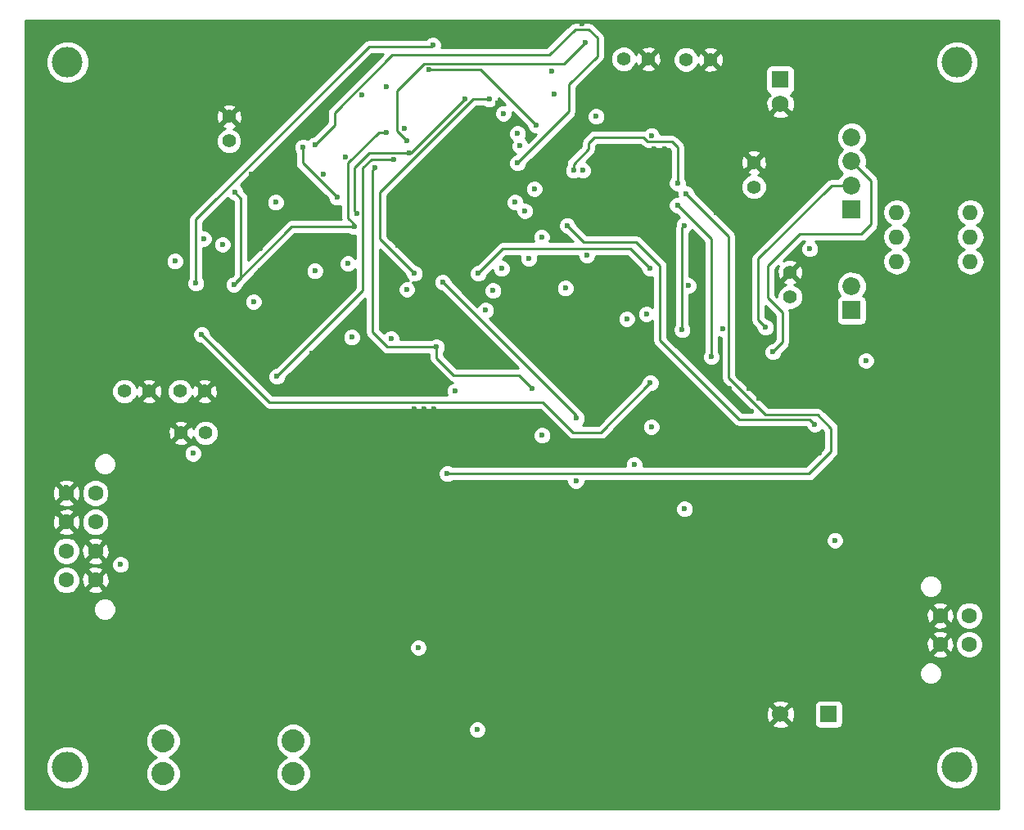
<source format=gbr>
G04 #@! TF.FileFunction,Copper,L3,Inr,Signal*
%FSLAX46Y46*%
G04 Gerber Fmt 4.6, Leading zero omitted, Abs format (unit mm)*
G04 Created by KiCad (PCBNEW (2016-05-27 BZR 6836, Git 4441a4b)-product) date 09/15/16 12:13:09*
%MOMM*%
%LPD*%
G01*
G04 APERTURE LIST*
%ADD10C,0.100000*%
%ADD11C,0.600000*%
%ADD12R,1.850000X1.850000*%
%ADD13C,1.850000*%
%ADD14C,3.175000*%
%ADD15C,2.387600*%
%ADD16C,1.700000*%
%ADD17R,1.700000X1.700000*%
%ADD18C,1.400000*%
%ADD19R,1.750000X1.750000*%
%ADD20C,1.750000*%
%ADD21C,1.600000*%
%ADD22O,1.600000X1.600000*%
%ADD23C,0.250000*%
%ADD24C,0.254000*%
G04 APERTURE END LIST*
D10*
D11*
X168997000Y-82209000D03*
X173061000Y-77637000D03*
X171029000Y-75859000D03*
X131151000Y-85003000D03*
X131659000Y-85765000D03*
X150201000Y-100497000D03*
X153757000Y-95417000D03*
X147407000Y-95163000D03*
X97531000Y-108026000D03*
X97831000Y-73726000D03*
X98631000Y-98251000D03*
X117581000Y-67801000D03*
X125381000Y-82776000D03*
X152981000Y-75801000D03*
X146981000Y-83001000D03*
X143106000Y-89901000D03*
X124231000Y-85226000D03*
X97906000Y-85226000D03*
X104381000Y-68626000D03*
X102681000Y-78576000D03*
X103581000Y-93326000D03*
D12*
X178562000Y-82042000D03*
D13*
X178562000Y-79542000D03*
X178562000Y-77042000D03*
X178562000Y-74542000D03*
D11*
X164656000Y-72826000D03*
X164656000Y-71751000D03*
X164681000Y-70151000D03*
X164681000Y-69076000D03*
X186931000Y-103426000D03*
X183331000Y-103426000D03*
X186931000Y-104901000D03*
X185156000Y-101976000D03*
X183331000Y-104901000D03*
X164556000Y-82376000D03*
X147556000Y-67676000D03*
X127956000Y-70176000D03*
X126056000Y-69676000D03*
X123556000Y-91976000D03*
X117456000Y-88376000D03*
X117456000Y-86076000D03*
X114581000Y-94651000D03*
X112806000Y-94826000D03*
X122756000Y-96876000D03*
X125281000Y-98801000D03*
X127856000Y-98876000D03*
X131456000Y-97176000D03*
X138256000Y-102976000D03*
X140256000Y-103376000D03*
X140256000Y-104476000D03*
X133356000Y-102701000D03*
X135381000Y-102701000D03*
X134381000Y-102701000D03*
X97356000Y-110776000D03*
X95456000Y-109026000D03*
X95356000Y-112801000D03*
X100056000Y-123576000D03*
X100056000Y-130976000D03*
X100056000Y-128676000D03*
X100056000Y-126276000D03*
X116856000Y-82976000D03*
X117156000Y-84276000D03*
X122706000Y-107276000D03*
X115206000Y-131526000D03*
X111956000Y-131526000D03*
X115206000Y-129526000D03*
X112956000Y-131526000D03*
X114006000Y-131526000D03*
X115206000Y-130526000D03*
X159256000Y-75776000D03*
X158181000Y-75776000D03*
X160356000Y-82876000D03*
X159856000Y-84876000D03*
X158756000Y-84876000D03*
X157756000Y-84876000D03*
X176556000Y-89976000D03*
X178956000Y-87976000D03*
X177106000Y-88376000D03*
X169756000Y-72376000D03*
X172606000Y-72476000D03*
X171206000Y-72976000D03*
X169256000Y-71026000D03*
X173206000Y-71026000D03*
X168956000Y-101526000D03*
X167956000Y-100526000D03*
X168206000Y-102926000D03*
X165956000Y-100526000D03*
X167781000Y-106026000D03*
X180706000Y-105776000D03*
X179456000Y-104676000D03*
X178481000Y-104651000D03*
X177456000Y-104676000D03*
X173456000Y-104776000D03*
X172456000Y-104776000D03*
X171456000Y-104776000D03*
X170456000Y-104776000D03*
X169456000Y-104776000D03*
X168456000Y-104776000D03*
X168456000Y-107276000D03*
X169456000Y-107276000D03*
X170456000Y-107276000D03*
X171456000Y-107276000D03*
X172456000Y-107276000D03*
X173456000Y-107276000D03*
X175206000Y-107276000D03*
X177456000Y-107276000D03*
X178456000Y-107276000D03*
X179456000Y-107276000D03*
X169856000Y-132976000D03*
X172656000Y-132876000D03*
X172556000Y-135676000D03*
X169856000Y-135676000D03*
X171256000Y-136226000D03*
X171206000Y-132326000D03*
X169256000Y-134276000D03*
X173156000Y-134226000D03*
X172706000Y-125026000D03*
X171706000Y-125026000D03*
X170706000Y-125026000D03*
X169706000Y-125026000D03*
X168956000Y-124026000D03*
X168956000Y-123026000D03*
X169706000Y-122276000D03*
X170706000Y-122276000D03*
X171706000Y-122276000D03*
X172706000Y-122276000D03*
X135456000Y-120526000D03*
X136456000Y-120526000D03*
X137206000Y-116776000D03*
X137206000Y-119776000D03*
X137206000Y-118776000D03*
X137206000Y-117776000D03*
X112456000Y-109526000D03*
X112456000Y-108526000D03*
X113231000Y-107576000D03*
X114231000Y-107576000D03*
X115231000Y-107576000D03*
X116231000Y-107576000D03*
X117231000Y-107576000D03*
X118231000Y-107576000D03*
X119231000Y-107576000D03*
X119956000Y-108526000D03*
X119956000Y-109526000D03*
X134206000Y-130276000D03*
X134206000Y-131526000D03*
X134206000Y-132776000D03*
X134206000Y-134026000D03*
X133206000Y-134776000D03*
X131956000Y-134776000D03*
X130706000Y-134776000D03*
X129706000Y-134026000D03*
X129706000Y-132776000D03*
X129706000Y-131526000D03*
X129706000Y-130276000D03*
X122706000Y-130026000D03*
X122706000Y-131276000D03*
X122706000Y-132526000D03*
X122706000Y-133776000D03*
X118206000Y-133776000D03*
X118206000Y-132526000D03*
X118206000Y-131276000D03*
X118206000Y-130026000D03*
X122706000Y-109776000D03*
X122706000Y-108526000D03*
X122706000Y-106026000D03*
X123706000Y-105276000D03*
X124956000Y-105276000D03*
X126206000Y-105276000D03*
X127206000Y-106026000D03*
X127206000Y-107276000D03*
X127206000Y-108526000D03*
X127206000Y-109776000D03*
X119456000Y-90276000D03*
X117706000Y-90276000D03*
X116506000Y-80651000D03*
X116506000Y-78401000D03*
X116506000Y-79526000D03*
X116456000Y-74776000D03*
X116206000Y-73276000D03*
X116206000Y-71776000D03*
X117456000Y-71026000D03*
X118956000Y-71026000D03*
X120456000Y-70776000D03*
X94456000Y-143526000D03*
X96206000Y-143526000D03*
X98706000Y-143526000D03*
X101206000Y-143526000D03*
X103706000Y-143526000D03*
X106206000Y-143526000D03*
X108706000Y-143526000D03*
X111206000Y-143526000D03*
X113706000Y-143526000D03*
X116206000Y-143526000D03*
X118706000Y-143526000D03*
X121206000Y-143526000D03*
X123706000Y-143526000D03*
X126206000Y-143526000D03*
X128706000Y-143526000D03*
X131206000Y-143526000D03*
X133706000Y-143526000D03*
X136206000Y-143526000D03*
X138706000Y-143526000D03*
X141206000Y-143526000D03*
X143706000Y-143526000D03*
X146206000Y-143526000D03*
X93456000Y-142776000D03*
X93456000Y-140276000D03*
X93456000Y-137776000D03*
X93456000Y-135276000D03*
X93456000Y-132776000D03*
X93456000Y-130276000D03*
X93456000Y-127776000D03*
X93456000Y-125276000D03*
X93456000Y-122776000D03*
X93456000Y-120276000D03*
X93456000Y-117776000D03*
X93456000Y-115276000D03*
X93456000Y-112776000D03*
X93456000Y-110276000D03*
X93456000Y-107776000D03*
X93456000Y-105276000D03*
X93456000Y-102776000D03*
X93456000Y-100276000D03*
X93456000Y-97776000D03*
X93456000Y-95276000D03*
X93456000Y-92776000D03*
X93456000Y-90276000D03*
X93456000Y-87776000D03*
X93456000Y-85276000D03*
X93456000Y-82776000D03*
X93456000Y-80276000D03*
X93456000Y-77776000D03*
X93456000Y-75276000D03*
X93456000Y-72776000D03*
X93456000Y-70276000D03*
X93456000Y-67776000D03*
X93456000Y-65276000D03*
X93456000Y-62776000D03*
X95706000Y-62776000D03*
X98206000Y-62776000D03*
X100706000Y-62776000D03*
X103206000Y-62776000D03*
X105706000Y-62776000D03*
X108206000Y-62776000D03*
X110706000Y-62776000D03*
X113206000Y-62776000D03*
X115706000Y-62776000D03*
X118206000Y-62776000D03*
X120706000Y-62776000D03*
X123206000Y-62776000D03*
X125706000Y-62776000D03*
X128206000Y-62776000D03*
X130706000Y-62776000D03*
X133206000Y-62776000D03*
X135706000Y-62776000D03*
X138206000Y-62776000D03*
X140706000Y-62776000D03*
X143206000Y-62776000D03*
X145706000Y-62776000D03*
X148206000Y-62776000D03*
X150706000Y-62776000D03*
X153206000Y-62776000D03*
X155706000Y-62776000D03*
X158206000Y-62776000D03*
X160706000Y-62776000D03*
X163206000Y-62776000D03*
X165706000Y-62776000D03*
X168206000Y-62776000D03*
X170706000Y-62776000D03*
X173206000Y-62776000D03*
X175706000Y-62776000D03*
X178206000Y-62776000D03*
X180706000Y-62776000D03*
X183206000Y-62776000D03*
X185706000Y-62776000D03*
X188206000Y-62776000D03*
X190706000Y-62776000D03*
X193206000Y-63526000D03*
X193206000Y-66026000D03*
X193206000Y-68526000D03*
X193206000Y-71026000D03*
X193206000Y-73526000D03*
X193206000Y-76026000D03*
X193206000Y-78526000D03*
X193206000Y-81026000D03*
X193206000Y-83526000D03*
X193206000Y-86026000D03*
X193206000Y-88526000D03*
X193206000Y-91026000D03*
X193206000Y-93526000D03*
X193206000Y-96026000D03*
X193206000Y-98526000D03*
X193206000Y-101026000D03*
X193206000Y-103526000D03*
X193206000Y-106026000D03*
X193206000Y-108526000D03*
X193206000Y-111026000D03*
X193206000Y-113526000D03*
X193206000Y-116026000D03*
X193206000Y-118526000D03*
X193206000Y-121026000D03*
X193206000Y-123526000D03*
X193206000Y-126026000D03*
X193206000Y-128526000D03*
X193206000Y-131026000D03*
X193206000Y-133526000D03*
X193206000Y-136026000D03*
X193206000Y-138526000D03*
X193206000Y-141026000D03*
X193206000Y-143526000D03*
X191206000Y-143526000D03*
X188706000Y-143526000D03*
X186206000Y-143526000D03*
X183706000Y-143526000D03*
X181206000Y-143526000D03*
X178706000Y-143526000D03*
X176206000Y-143526000D03*
X173706000Y-143526000D03*
X171206000Y-143526000D03*
X168706000Y-143526000D03*
X166206000Y-143526000D03*
X163706000Y-143526000D03*
X158706000Y-143526000D03*
X161206000Y-143526000D03*
X156206000Y-143526000D03*
X153706000Y-143526000D03*
X151206000Y-143526000D03*
D14*
X189456000Y-139776000D03*
D15*
X107352000Y-140427000D03*
X120814000Y-140427000D03*
X120814000Y-137023400D03*
X107352000Y-137023400D03*
D16*
X171206000Y-134276000D03*
D17*
X176206000Y-134276000D03*
D18*
X109220000Y-105156000D03*
X111760000Y-105156000D03*
X114173000Y-74930000D03*
X114173000Y-72390000D03*
X103378000Y-100838000D03*
X105918000Y-100838000D03*
X109093000Y-100838000D03*
X111633000Y-100838000D03*
X161442400Y-66497200D03*
X163982400Y-66497200D03*
X154990800Y-66446400D03*
X157530800Y-66446400D03*
X168456000Y-79676000D03*
X168456000Y-77136000D03*
X172212000Y-91059000D03*
X172212000Y-88519000D03*
D19*
X171196000Y-68580000D03*
D20*
X171196000Y-71080000D03*
D12*
X178562000Y-92456000D03*
D13*
X178562000Y-89956000D03*
D14*
X97456000Y-139776000D03*
X97456000Y-66776000D03*
X189456000Y-66776000D03*
D11*
X148706000Y-143526000D03*
D21*
X97356000Y-120376000D03*
X97356000Y-117376000D03*
X97356000Y-114376000D03*
X97356000Y-111376000D03*
X100356000Y-120376000D03*
X100356000Y-117376000D03*
X100356000Y-114376000D03*
X100356000Y-111376000D03*
D22*
X190856000Y-87406000D03*
X190856000Y-84866000D03*
X190856000Y-82326000D03*
X183236000Y-82326000D03*
X183236000Y-84866000D03*
X183236000Y-87406000D03*
D21*
X190731000Y-124051000D03*
X190731000Y-127051000D03*
X187731000Y-124051000D03*
X187731000Y-127051000D03*
D11*
X175181000Y-95751000D03*
X174081000Y-95726000D03*
X109220000Y-128524000D03*
X107950000Y-117602000D03*
X109220000Y-117856000D03*
X141986000Y-70993000D03*
X137160000Y-96012000D03*
X138811000Y-94742000D03*
X138303000Y-90170000D03*
X126238000Y-76581000D03*
X138684000Y-73152000D03*
X113504487Y-85641332D03*
X160556000Y-79276000D03*
X133756000Y-127376000D03*
X108585000Y-87376000D03*
X149809200Y-77978000D03*
X118999000Y-81280000D03*
X145542000Y-100584000D03*
X129286000Y-77724000D03*
X135636000Y-96266000D03*
X144018000Y-74168000D03*
X123952000Y-78359000D03*
X134874000Y-67564000D03*
X145923000Y-73279000D03*
X126492000Y-87630000D03*
X130429000Y-69342000D03*
X146558000Y-105410000D03*
X148971000Y-90170000D03*
X142367000Y-88138000D03*
X157861000Y-104521000D03*
X141478000Y-90424000D03*
X155321000Y-93345000D03*
X157734000Y-88138000D03*
X139954000Y-88646000D03*
X126873000Y-95250000D03*
X130937000Y-95377000D03*
X136756000Y-109376000D03*
X161456000Y-80376000D03*
X141097000Y-70612000D03*
X133350000Y-88646000D03*
X121793000Y-75565000D03*
X125349000Y-80772000D03*
X132588000Y-74930000D03*
X151003000Y-64770000D03*
X145756000Y-79876000D03*
X164056000Y-97276000D03*
X160556000Y-81576000D03*
X143764000Y-81280000D03*
X165227000Y-94361000D03*
X149156000Y-83676000D03*
X174756000Y-104276000D03*
X176856000Y-116276000D03*
X157886400Y-74371200D03*
X152146000Y-72390000D03*
X144272000Y-75438000D03*
X150756000Y-77976000D03*
X132334000Y-73660000D03*
X102956000Y-118776000D03*
X110456000Y-107276000D03*
X142556000Y-72076000D03*
X139856000Y-135876000D03*
X123056000Y-88376009D03*
X150056000Y-110076000D03*
X150114000Y-103632000D03*
X136271000Y-89535000D03*
X140716000Y-92456000D03*
X161290000Y-113030000D03*
X156083000Y-108458000D03*
X137541000Y-100838000D03*
X157756000Y-99976000D03*
X111356000Y-94976000D03*
X123063000Y-75311000D03*
X161671000Y-89916000D03*
X144018000Y-77216000D03*
X127127000Y-83820000D03*
X130429000Y-74041000D03*
X114808000Y-80264000D03*
X114681000Y-89789000D03*
X119126000Y-99314000D03*
X131191000Y-76835000D03*
X135255000Y-65024000D03*
X116713000Y-91567000D03*
X110744000Y-89662000D03*
X145186400Y-87122000D03*
X151180800Y-86766400D03*
X146507200Y-84886800D03*
X144780000Y-82169000D03*
X161256000Y-83676000D03*
X161056000Y-94476000D03*
X180056000Y-97676000D03*
X157353000Y-92837000D03*
X169672000Y-94234000D03*
X170434000Y-96774000D03*
X127381000Y-82423000D03*
X147828000Y-70104000D03*
X138557000Y-70612000D03*
X132842000Y-76200000D03*
X174244000Y-86106000D03*
X111556000Y-85051000D03*
X132581000Y-90301000D03*
D23*
X156956000Y-74526000D02*
X157031000Y-74526000D01*
X151356000Y-75126000D02*
X151956000Y-74526000D01*
X151956000Y-74526000D02*
X156956000Y-74526000D01*
X149809200Y-77978000D02*
X149809200Y-77322800D01*
X160556000Y-76476000D02*
X160556000Y-79276000D01*
X149809200Y-77322800D02*
X151356000Y-75776000D01*
X151356000Y-75776000D02*
X151356000Y-75126000D01*
X160556000Y-75551000D02*
X160556000Y-76476000D01*
X159981000Y-74976000D02*
X160556000Y-75551000D01*
X157481000Y-74976000D02*
X159981000Y-74976000D01*
X157031000Y-74526000D02*
X157481000Y-74976000D01*
X144145000Y-99187000D02*
X145542000Y-100584000D01*
X137414000Y-99187000D02*
X144145000Y-99187000D01*
X135636000Y-97409000D02*
X137414000Y-99187000D01*
X135636000Y-97409000D02*
X135636000Y-96266000D01*
X130556000Y-96266000D02*
X135636000Y-96266000D01*
X129032000Y-94742000D02*
X130556000Y-96266000D01*
X129032000Y-77978000D02*
X129032000Y-94742000D01*
X129286000Y-77724000D02*
X129032000Y-77978000D01*
X140208000Y-67564000D02*
X134874000Y-67564000D01*
X145923000Y-73279000D02*
X140208000Y-67564000D01*
X155702000Y-86106000D02*
X157734000Y-88138000D01*
X142494000Y-86106000D02*
X155702000Y-86106000D01*
X139954000Y-88646000D02*
X142494000Y-86106000D01*
X174156000Y-109376000D02*
X136756000Y-109376000D01*
X176456000Y-107076000D02*
X174156000Y-109376000D01*
X176456000Y-104676000D02*
X176456000Y-107076000D01*
X175056000Y-103276000D02*
X176456000Y-104676000D01*
X169656000Y-103276000D02*
X175056000Y-103276000D01*
X165856000Y-99476000D02*
X169656000Y-103276000D01*
X165856000Y-84776000D02*
X165856000Y-99476000D01*
X161456000Y-80376000D02*
X165856000Y-84776000D01*
X139446000Y-70612000D02*
X141097000Y-70612000D01*
X129794000Y-80264000D02*
X139446000Y-70612000D01*
X129794000Y-85090000D02*
X129794000Y-80264000D01*
X133350000Y-88646000D02*
X129794000Y-85090000D01*
X121793000Y-77216000D02*
X121793000Y-75565000D01*
X125349000Y-80772000D02*
X121793000Y-77216000D01*
X131572000Y-69850000D02*
X131572000Y-69723000D01*
X132588000Y-74930000D02*
X131572000Y-73914000D01*
X131572000Y-73914000D02*
X131572000Y-69850000D01*
X148844000Y-66929000D02*
X151003000Y-64770000D01*
X134366000Y-66929000D02*
X148844000Y-66929000D01*
X131572000Y-69723000D02*
X134366000Y-66929000D01*
X164056000Y-85076000D02*
X164056000Y-97276000D01*
X160556000Y-81576000D02*
X164056000Y-85076000D01*
X167956000Y-103776000D02*
X166956000Y-103776000D01*
X167956000Y-103776000D02*
X174256000Y-103776000D01*
X174756000Y-104276000D02*
X174256000Y-103776000D01*
X158756000Y-87876000D02*
X158756000Y-95576000D01*
X156256000Y-85376000D02*
X158756000Y-87876000D01*
X150856000Y-85376000D02*
X156256000Y-85376000D01*
X149156000Y-83676000D02*
X150856000Y-85376000D01*
X166956000Y-103776000D02*
X158756000Y-95576000D01*
X150114000Y-103378000D02*
X150114000Y-103632000D01*
X136271000Y-89535000D02*
X150114000Y-103378000D01*
X152656000Y-105076000D02*
X157756000Y-99976000D01*
X149756000Y-105076000D02*
X152656000Y-105076000D01*
X146656000Y-101976000D02*
X149756000Y-105076000D01*
X118356000Y-101976000D02*
X146656000Y-101976000D01*
X111356000Y-94976000D02*
X118356000Y-101976000D01*
X149352000Y-71882000D02*
X144018000Y-77216000D01*
X149352000Y-69088000D02*
X149352000Y-71882000D01*
X152273000Y-66167000D02*
X149352000Y-69088000D01*
X152273000Y-64262000D02*
X152273000Y-66167000D01*
X151384000Y-63373000D02*
X152273000Y-64262000D01*
X149987000Y-63373000D02*
X151384000Y-63373000D01*
X147320000Y-66040000D02*
X149987000Y-63373000D01*
X131064000Y-66040000D02*
X147320000Y-66040000D01*
X125095000Y-72009000D02*
X131064000Y-66040000D01*
X125095000Y-73279000D02*
X125095000Y-72009000D01*
X123063000Y-75311000D02*
X125095000Y-73279000D01*
X115404801Y-80860801D02*
X115404801Y-89065199D01*
X115404801Y-89065199D02*
X114980999Y-89489001D01*
X114980999Y-89489001D02*
X114681000Y-89789000D01*
X114808000Y-80264000D02*
X115404801Y-80860801D01*
X127127000Y-83820000D02*
X127127000Y-83566000D01*
X127127000Y-83566000D02*
X126492000Y-82931000D01*
X120650000Y-83820000D02*
X127127000Y-83820000D01*
X114681000Y-89789000D02*
X120650000Y-83820000D01*
X129667000Y-74041000D02*
X130429000Y-74041000D01*
X126492000Y-77216000D02*
X129667000Y-74041000D01*
X126492000Y-82931000D02*
X126492000Y-77216000D01*
X128016000Y-90424000D02*
X128016000Y-77724000D01*
X131191000Y-76835000D02*
X128905000Y-76835000D01*
X119126000Y-99314000D02*
X128016000Y-90424000D01*
X128905000Y-76835000D02*
X128016000Y-77724000D01*
X110744000Y-83058000D02*
X110744000Y-89662000D01*
X128651000Y-65151000D02*
X110744000Y-83058000D01*
X135128000Y-65151000D02*
X128651000Y-65151000D01*
X135255000Y-65024000D02*
X135128000Y-65151000D01*
X161256000Y-83676000D02*
X161056000Y-83876000D01*
X161056000Y-83876000D02*
X161056000Y-94476000D01*
X176490000Y-79542000D02*
X178562000Y-79542000D01*
X168910000Y-87122000D02*
X176490000Y-79542000D01*
X168910000Y-93472000D02*
X168910000Y-87122000D01*
X169672000Y-94234000D02*
X168910000Y-93472000D01*
X180594000Y-79074000D02*
X178562000Y-77042000D01*
X180594000Y-83566000D02*
X180594000Y-79074000D01*
X179578000Y-84582000D02*
X180594000Y-83566000D01*
X173228000Y-84582000D02*
X179578000Y-84582000D01*
X169926000Y-87884000D02*
X173228000Y-84582000D01*
X169926000Y-91186000D02*
X169926000Y-87884000D01*
X171450000Y-92710000D02*
X169926000Y-91186000D01*
X171450000Y-95758000D02*
X171450000Y-92710000D01*
X170434000Y-96774000D02*
X171450000Y-95758000D01*
X127127000Y-82169000D02*
X127127000Y-77724000D01*
X127381000Y-82423000D02*
X127127000Y-82169000D01*
X132969000Y-76200000D02*
X132842000Y-76200000D01*
X138557000Y-70612000D02*
X132969000Y-76200000D01*
X128651000Y-76200000D02*
X132842000Y-76200000D01*
X127127000Y-77724000D02*
X128651000Y-76200000D01*
D24*
G36*
X193771000Y-144091000D02*
X93141000Y-144091000D01*
X93141000Y-140216143D01*
X95233115Y-140216143D01*
X95570758Y-141033300D01*
X96195411Y-141659045D01*
X97011978Y-141998113D01*
X97896143Y-141998885D01*
X98713300Y-141661242D01*
X99339045Y-141036589D01*
X99678113Y-140220022D01*
X99678885Y-139335857D01*
X99341242Y-138518700D01*
X98716589Y-137892955D01*
X97900022Y-137553887D01*
X97015857Y-137553115D01*
X96198700Y-137890758D01*
X95572955Y-138515411D01*
X95233887Y-139331978D01*
X95233115Y-140216143D01*
X93141000Y-140216143D01*
X93141000Y-137385575D01*
X105522884Y-137385575D01*
X105800715Y-138057978D01*
X106314716Y-138572877D01*
X106681623Y-138725230D01*
X106317422Y-138875715D01*
X105802523Y-139389716D01*
X105523518Y-140061633D01*
X105522884Y-140789175D01*
X105800715Y-141461578D01*
X106314716Y-141976477D01*
X106986633Y-142255482D01*
X107714175Y-142256116D01*
X108386578Y-141978285D01*
X108901477Y-141464284D01*
X109180482Y-140792367D01*
X109181116Y-140064825D01*
X108903285Y-139392422D01*
X108389284Y-138877523D01*
X108022377Y-138725170D01*
X108386578Y-138574685D01*
X108901477Y-138060684D01*
X109180482Y-137388767D01*
X109180484Y-137385575D01*
X118984884Y-137385575D01*
X119262715Y-138057978D01*
X119776716Y-138572877D01*
X120143623Y-138725230D01*
X119779422Y-138875715D01*
X119264523Y-139389716D01*
X118985518Y-140061633D01*
X118984884Y-140789175D01*
X119262715Y-141461578D01*
X119776716Y-141976477D01*
X120448633Y-142255482D01*
X121176175Y-142256116D01*
X121848578Y-141978285D01*
X122363477Y-141464284D01*
X122642482Y-140792367D01*
X122642984Y-140216143D01*
X187233115Y-140216143D01*
X187570758Y-141033300D01*
X188195411Y-141659045D01*
X189011978Y-141998113D01*
X189896143Y-141998885D01*
X190713300Y-141661242D01*
X191339045Y-141036589D01*
X191678113Y-140220022D01*
X191678885Y-139335857D01*
X191341242Y-138518700D01*
X190716589Y-137892955D01*
X189900022Y-137553887D01*
X189015857Y-137553115D01*
X188198700Y-137890758D01*
X187572955Y-138515411D01*
X187233887Y-139331978D01*
X187233115Y-140216143D01*
X122642984Y-140216143D01*
X122643116Y-140064825D01*
X122365285Y-139392422D01*
X121851284Y-138877523D01*
X121484377Y-138725170D01*
X121848578Y-138574685D01*
X122363477Y-138060684D01*
X122642482Y-137388767D01*
X122643116Y-136661225D01*
X122395178Y-136061167D01*
X138920838Y-136061167D01*
X139062883Y-136404943D01*
X139325673Y-136668192D01*
X139669201Y-136810838D01*
X140041167Y-136811162D01*
X140384943Y-136669117D01*
X140648192Y-136406327D01*
X140790838Y-136062799D01*
X140791162Y-135690833D01*
X140649117Y-135347057D01*
X140622066Y-135319958D01*
X170341647Y-135319958D01*
X170421920Y-135571259D01*
X170977279Y-135772718D01*
X171567458Y-135746315D01*
X171990080Y-135571259D01*
X172070353Y-135319958D01*
X171206000Y-134455605D01*
X170341647Y-135319958D01*
X140622066Y-135319958D01*
X140386327Y-135083808D01*
X140042799Y-134941162D01*
X139670833Y-134940838D01*
X139327057Y-135082883D01*
X139063808Y-135345673D01*
X138921162Y-135689201D01*
X138920838Y-136061167D01*
X122395178Y-136061167D01*
X122365285Y-135988822D01*
X121851284Y-135473923D01*
X121179367Y-135194918D01*
X120451825Y-135194284D01*
X119779422Y-135472115D01*
X119264523Y-135986116D01*
X118985518Y-136658033D01*
X118984884Y-137385575D01*
X109180484Y-137385575D01*
X109181116Y-136661225D01*
X108903285Y-135988822D01*
X108389284Y-135473923D01*
X107717367Y-135194918D01*
X106989825Y-135194284D01*
X106317422Y-135472115D01*
X105802523Y-135986116D01*
X105523518Y-136658033D01*
X105522884Y-137385575D01*
X93141000Y-137385575D01*
X93141000Y-134047279D01*
X169709282Y-134047279D01*
X169735685Y-134637458D01*
X169910741Y-135060080D01*
X170162042Y-135140353D01*
X171026395Y-134276000D01*
X171385605Y-134276000D01*
X172249958Y-135140353D01*
X172501259Y-135060080D01*
X172702718Y-134504721D01*
X172676315Y-133914542D01*
X172501259Y-133491920D01*
X172294892Y-133426000D01*
X174708560Y-133426000D01*
X174708560Y-135126000D01*
X174757843Y-135373765D01*
X174898191Y-135583809D01*
X175108235Y-135724157D01*
X175356000Y-135773440D01*
X177056000Y-135773440D01*
X177303765Y-135724157D01*
X177513809Y-135583809D01*
X177654157Y-135373765D01*
X177703440Y-135126000D01*
X177703440Y-133426000D01*
X177654157Y-133178235D01*
X177513809Y-132968191D01*
X177303765Y-132827843D01*
X177056000Y-132778560D01*
X175356000Y-132778560D01*
X175108235Y-132827843D01*
X174898191Y-132968191D01*
X174757843Y-133178235D01*
X174708560Y-133426000D01*
X172294892Y-133426000D01*
X172249958Y-133411647D01*
X171385605Y-134276000D01*
X171026395Y-134276000D01*
X170162042Y-133411647D01*
X169910741Y-133491920D01*
X169709282Y-134047279D01*
X93141000Y-134047279D01*
X93141000Y-133232042D01*
X170341647Y-133232042D01*
X171206000Y-134096395D01*
X172070353Y-133232042D01*
X171990080Y-132980741D01*
X171434721Y-132779282D01*
X170844542Y-132805685D01*
X170421920Y-132980741D01*
X170341647Y-133232042D01*
X93141000Y-133232042D01*
X93141000Y-130285677D01*
X185545794Y-130285677D01*
X185725820Y-130721372D01*
X186058875Y-131055009D01*
X186494255Y-131235794D01*
X186965677Y-131236206D01*
X187401372Y-131056180D01*
X187735009Y-130723125D01*
X187915794Y-130287745D01*
X187916206Y-129816323D01*
X187736180Y-129380628D01*
X187403125Y-129046991D01*
X186967745Y-128866206D01*
X186496323Y-128865794D01*
X186060628Y-129045820D01*
X185726991Y-129378875D01*
X185546206Y-129814255D01*
X185545794Y-130285677D01*
X93141000Y-130285677D01*
X93141000Y-127561167D01*
X132820838Y-127561167D01*
X132962883Y-127904943D01*
X133225673Y-128168192D01*
X133569201Y-128310838D01*
X133941167Y-128311162D01*
X134284943Y-128169117D01*
X134395507Y-128058745D01*
X186902861Y-128058745D01*
X186976995Y-128304864D01*
X187514223Y-128497965D01*
X188084454Y-128470778D01*
X188485005Y-128304864D01*
X188559139Y-128058745D01*
X187731000Y-127230605D01*
X186902861Y-128058745D01*
X134395507Y-128058745D01*
X134548192Y-127906327D01*
X134690838Y-127562799D01*
X134691162Y-127190833D01*
X134549117Y-126847057D01*
X134536306Y-126834223D01*
X186284035Y-126834223D01*
X186311222Y-127404454D01*
X186477136Y-127805005D01*
X186723255Y-127879139D01*
X187551395Y-127051000D01*
X187910605Y-127051000D01*
X188738745Y-127879139D01*
X188984864Y-127805005D01*
X189153735Y-127335187D01*
X189295752Y-127335187D01*
X189513757Y-127862800D01*
X189917077Y-128266824D01*
X190444309Y-128485750D01*
X191015187Y-128486248D01*
X191542800Y-128268243D01*
X191946824Y-127864923D01*
X192165750Y-127337691D01*
X192166248Y-126766813D01*
X191948243Y-126239200D01*
X191544923Y-125835176D01*
X191017691Y-125616250D01*
X190446813Y-125615752D01*
X189919200Y-125833757D01*
X189515176Y-126237077D01*
X189296250Y-126764309D01*
X189295752Y-127335187D01*
X189153735Y-127335187D01*
X189177965Y-127267777D01*
X189150778Y-126697546D01*
X188984864Y-126296995D01*
X188738745Y-126222861D01*
X187910605Y-127051000D01*
X187551395Y-127051000D01*
X186723255Y-126222861D01*
X186477136Y-126296995D01*
X186284035Y-126834223D01*
X134536306Y-126834223D01*
X134286327Y-126583808D01*
X133942799Y-126441162D01*
X133570833Y-126440838D01*
X133227057Y-126582883D01*
X132963808Y-126845673D01*
X132821162Y-127189201D01*
X132820838Y-127561167D01*
X93141000Y-127561167D01*
X93141000Y-126043255D01*
X186902861Y-126043255D01*
X187731000Y-126871395D01*
X188559139Y-126043255D01*
X188485005Y-125797136D01*
X187947777Y-125604035D01*
X187377546Y-125631222D01*
X186976995Y-125797136D01*
X186902861Y-126043255D01*
X93141000Y-126043255D01*
X93141000Y-125058745D01*
X186902861Y-125058745D01*
X186976995Y-125304864D01*
X187514223Y-125497965D01*
X188084454Y-125470778D01*
X188485005Y-125304864D01*
X188559139Y-125058745D01*
X187731000Y-124230605D01*
X186902861Y-125058745D01*
X93141000Y-125058745D01*
X93141000Y-123610677D01*
X100110794Y-123610677D01*
X100290820Y-124046372D01*
X100623875Y-124380009D01*
X101059255Y-124560794D01*
X101530677Y-124561206D01*
X101966372Y-124381180D01*
X102300009Y-124048125D01*
X102388828Y-123834223D01*
X186284035Y-123834223D01*
X186311222Y-124404454D01*
X186477136Y-124805005D01*
X186723255Y-124879139D01*
X187551395Y-124051000D01*
X187910605Y-124051000D01*
X188738745Y-124879139D01*
X188984864Y-124805005D01*
X189153735Y-124335187D01*
X189295752Y-124335187D01*
X189513757Y-124862800D01*
X189917077Y-125266824D01*
X190444309Y-125485750D01*
X191015187Y-125486248D01*
X191542800Y-125268243D01*
X191946824Y-124864923D01*
X192165750Y-124337691D01*
X192166248Y-123766813D01*
X191948243Y-123239200D01*
X191544923Y-122835176D01*
X191017691Y-122616250D01*
X190446813Y-122615752D01*
X189919200Y-122833757D01*
X189515176Y-123237077D01*
X189296250Y-123764309D01*
X189295752Y-124335187D01*
X189153735Y-124335187D01*
X189177965Y-124267777D01*
X189150778Y-123697546D01*
X188984864Y-123296995D01*
X188738745Y-123222861D01*
X187910605Y-124051000D01*
X187551395Y-124051000D01*
X186723255Y-123222861D01*
X186477136Y-123296995D01*
X186284035Y-123834223D01*
X102388828Y-123834223D01*
X102480794Y-123612745D01*
X102481206Y-123141323D01*
X102440686Y-123043255D01*
X186902861Y-123043255D01*
X187731000Y-123871395D01*
X188559139Y-123043255D01*
X188485005Y-122797136D01*
X187947777Y-122604035D01*
X187377546Y-122631222D01*
X186976995Y-122797136D01*
X186902861Y-123043255D01*
X102440686Y-123043255D01*
X102301180Y-122705628D01*
X101968125Y-122371991D01*
X101532745Y-122191206D01*
X101061323Y-122190794D01*
X100625628Y-122370820D01*
X100291991Y-122703875D01*
X100111206Y-123139255D01*
X100110794Y-123610677D01*
X93141000Y-123610677D01*
X93141000Y-120660187D01*
X95920752Y-120660187D01*
X96138757Y-121187800D01*
X96542077Y-121591824D01*
X97069309Y-121810750D01*
X97640187Y-121811248D01*
X98167800Y-121593243D01*
X98377663Y-121383745D01*
X99527861Y-121383745D01*
X99601995Y-121629864D01*
X100139223Y-121822965D01*
X100709454Y-121795778D01*
X101110005Y-121629864D01*
X101184139Y-121383745D01*
X101086072Y-121285677D01*
X185605794Y-121285677D01*
X185785820Y-121721372D01*
X186118875Y-122055009D01*
X186554255Y-122235794D01*
X187025677Y-122236206D01*
X187461372Y-122056180D01*
X187795009Y-121723125D01*
X187975794Y-121287745D01*
X187976206Y-120816323D01*
X187796180Y-120380628D01*
X187463125Y-120046991D01*
X187027745Y-119866206D01*
X186556323Y-119865794D01*
X186120628Y-120045820D01*
X185786991Y-120378875D01*
X185606206Y-120814255D01*
X185605794Y-121285677D01*
X101086072Y-121285677D01*
X100356000Y-120555605D01*
X99527861Y-121383745D01*
X98377663Y-121383745D01*
X98571824Y-121189923D01*
X98790750Y-120662691D01*
X98791189Y-120159223D01*
X98909035Y-120159223D01*
X98936222Y-120729454D01*
X99102136Y-121130005D01*
X99348255Y-121204139D01*
X100176395Y-120376000D01*
X100535605Y-120376000D01*
X101363745Y-121204139D01*
X101609864Y-121130005D01*
X101802965Y-120592777D01*
X101775778Y-120022546D01*
X101609864Y-119621995D01*
X101363745Y-119547861D01*
X100535605Y-120376000D01*
X100176395Y-120376000D01*
X99348255Y-119547861D01*
X99102136Y-119621995D01*
X98909035Y-120159223D01*
X98791189Y-120159223D01*
X98791248Y-120091813D01*
X98573243Y-119564200D01*
X98377640Y-119368255D01*
X99527861Y-119368255D01*
X100356000Y-120196395D01*
X101184139Y-119368255D01*
X101110005Y-119122136D01*
X100662172Y-118961167D01*
X102020838Y-118961167D01*
X102162883Y-119304943D01*
X102425673Y-119568192D01*
X102769201Y-119710838D01*
X103141167Y-119711162D01*
X103484943Y-119569117D01*
X103748192Y-119306327D01*
X103890838Y-118962799D01*
X103891162Y-118590833D01*
X103749117Y-118247057D01*
X103486327Y-117983808D01*
X103142799Y-117841162D01*
X102770833Y-117840838D01*
X102427057Y-117982883D01*
X102163808Y-118245673D01*
X102021162Y-118589201D01*
X102020838Y-118961167D01*
X100662172Y-118961167D01*
X100572777Y-118929035D01*
X100002546Y-118956222D01*
X99601995Y-119122136D01*
X99527861Y-119368255D01*
X98377640Y-119368255D01*
X98169923Y-119160176D01*
X97642691Y-118941250D01*
X97071813Y-118940752D01*
X96544200Y-119158757D01*
X96140176Y-119562077D01*
X95921250Y-120089309D01*
X95920752Y-120660187D01*
X93141000Y-120660187D01*
X93141000Y-117660187D01*
X95920752Y-117660187D01*
X96138757Y-118187800D01*
X96542077Y-118591824D01*
X97069309Y-118810750D01*
X97640187Y-118811248D01*
X98167800Y-118593243D01*
X98377663Y-118383745D01*
X99527861Y-118383745D01*
X99601995Y-118629864D01*
X100139223Y-118822965D01*
X100709454Y-118795778D01*
X101110005Y-118629864D01*
X101184139Y-118383745D01*
X100356000Y-117555605D01*
X99527861Y-118383745D01*
X98377663Y-118383745D01*
X98571824Y-118189923D01*
X98790750Y-117662691D01*
X98791189Y-117159223D01*
X98909035Y-117159223D01*
X98936222Y-117729454D01*
X99102136Y-118130005D01*
X99348255Y-118204139D01*
X100176395Y-117376000D01*
X100535605Y-117376000D01*
X101363745Y-118204139D01*
X101609864Y-118130005D01*
X101802965Y-117592777D01*
X101775778Y-117022546D01*
X101609864Y-116621995D01*
X101363745Y-116547861D01*
X100535605Y-117376000D01*
X100176395Y-117376000D01*
X99348255Y-116547861D01*
X99102136Y-116621995D01*
X98909035Y-117159223D01*
X98791189Y-117159223D01*
X98791248Y-117091813D01*
X98573243Y-116564200D01*
X98377640Y-116368255D01*
X99527861Y-116368255D01*
X100356000Y-117196395D01*
X101091227Y-116461167D01*
X175920838Y-116461167D01*
X176062883Y-116804943D01*
X176325673Y-117068192D01*
X176669201Y-117210838D01*
X177041167Y-117211162D01*
X177384943Y-117069117D01*
X177648192Y-116806327D01*
X177790838Y-116462799D01*
X177791162Y-116090833D01*
X177649117Y-115747057D01*
X177386327Y-115483808D01*
X177042799Y-115341162D01*
X176670833Y-115340838D01*
X176327057Y-115482883D01*
X176063808Y-115745673D01*
X175921162Y-116089201D01*
X175920838Y-116461167D01*
X101091227Y-116461167D01*
X101184139Y-116368255D01*
X101110005Y-116122136D01*
X100572777Y-115929035D01*
X100002546Y-115956222D01*
X99601995Y-116122136D01*
X99527861Y-116368255D01*
X98377640Y-116368255D01*
X98169923Y-116160176D01*
X97642691Y-115941250D01*
X97071813Y-115940752D01*
X96544200Y-116158757D01*
X96140176Y-116562077D01*
X95921250Y-117089309D01*
X95920752Y-117660187D01*
X93141000Y-117660187D01*
X93141000Y-115383745D01*
X96527861Y-115383745D01*
X96601995Y-115629864D01*
X97139223Y-115822965D01*
X97709454Y-115795778D01*
X98110005Y-115629864D01*
X98184139Y-115383745D01*
X97356000Y-114555605D01*
X96527861Y-115383745D01*
X93141000Y-115383745D01*
X93141000Y-114159223D01*
X95909035Y-114159223D01*
X95936222Y-114729454D01*
X96102136Y-115130005D01*
X96348255Y-115204139D01*
X97176395Y-114376000D01*
X97535605Y-114376000D01*
X98363745Y-115204139D01*
X98609864Y-115130005D01*
X98778735Y-114660187D01*
X98920752Y-114660187D01*
X99138757Y-115187800D01*
X99542077Y-115591824D01*
X100069309Y-115810750D01*
X100640187Y-115811248D01*
X101167800Y-115593243D01*
X101571824Y-115189923D01*
X101790750Y-114662691D01*
X101791248Y-114091813D01*
X101573243Y-113564200D01*
X101224819Y-113215167D01*
X160354838Y-113215167D01*
X160496883Y-113558943D01*
X160759673Y-113822192D01*
X161103201Y-113964838D01*
X161475167Y-113965162D01*
X161818943Y-113823117D01*
X162082192Y-113560327D01*
X162224838Y-113216799D01*
X162225162Y-112844833D01*
X162083117Y-112501057D01*
X161820327Y-112237808D01*
X161476799Y-112095162D01*
X161104833Y-112094838D01*
X160761057Y-112236883D01*
X160497808Y-112499673D01*
X160355162Y-112843201D01*
X160354838Y-113215167D01*
X101224819Y-113215167D01*
X101169923Y-113160176D01*
X100642691Y-112941250D01*
X100071813Y-112940752D01*
X99544200Y-113158757D01*
X99140176Y-113562077D01*
X98921250Y-114089309D01*
X98920752Y-114660187D01*
X98778735Y-114660187D01*
X98802965Y-114592777D01*
X98775778Y-114022546D01*
X98609864Y-113621995D01*
X98363745Y-113547861D01*
X97535605Y-114376000D01*
X97176395Y-114376000D01*
X96348255Y-113547861D01*
X96102136Y-113621995D01*
X95909035Y-114159223D01*
X93141000Y-114159223D01*
X93141000Y-113368255D01*
X96527861Y-113368255D01*
X97356000Y-114196395D01*
X98184139Y-113368255D01*
X98110005Y-113122136D01*
X97572777Y-112929035D01*
X97002546Y-112956222D01*
X96601995Y-113122136D01*
X96527861Y-113368255D01*
X93141000Y-113368255D01*
X93141000Y-112383745D01*
X96527861Y-112383745D01*
X96601995Y-112629864D01*
X97139223Y-112822965D01*
X97709454Y-112795778D01*
X98110005Y-112629864D01*
X98184139Y-112383745D01*
X97356000Y-111555605D01*
X96527861Y-112383745D01*
X93141000Y-112383745D01*
X93141000Y-111159223D01*
X95909035Y-111159223D01*
X95936222Y-111729454D01*
X96102136Y-112130005D01*
X96348255Y-112204139D01*
X97176395Y-111376000D01*
X97535605Y-111376000D01*
X98363745Y-112204139D01*
X98609864Y-112130005D01*
X98778735Y-111660187D01*
X98920752Y-111660187D01*
X99138757Y-112187800D01*
X99542077Y-112591824D01*
X100069309Y-112810750D01*
X100640187Y-112811248D01*
X101167800Y-112593243D01*
X101571824Y-112189923D01*
X101790750Y-111662691D01*
X101791248Y-111091813D01*
X101573243Y-110564200D01*
X101169923Y-110160176D01*
X100642691Y-109941250D01*
X100071813Y-109940752D01*
X99544200Y-110158757D01*
X99140176Y-110562077D01*
X98921250Y-111089309D01*
X98920752Y-111660187D01*
X98778735Y-111660187D01*
X98802965Y-111592777D01*
X98775778Y-111022546D01*
X98609864Y-110621995D01*
X98363745Y-110547861D01*
X97535605Y-111376000D01*
X97176395Y-111376000D01*
X96348255Y-110547861D01*
X96102136Y-110621995D01*
X95909035Y-111159223D01*
X93141000Y-111159223D01*
X93141000Y-110368255D01*
X96527861Y-110368255D01*
X97356000Y-111196395D01*
X98184139Y-110368255D01*
X98110005Y-110122136D01*
X97572777Y-109929035D01*
X97002546Y-109956222D01*
X96601995Y-110122136D01*
X96527861Y-110368255D01*
X93141000Y-110368255D01*
X93141000Y-108610677D01*
X100170794Y-108610677D01*
X100350820Y-109046372D01*
X100683875Y-109380009D01*
X101119255Y-109560794D01*
X101590677Y-109561206D01*
X101590771Y-109561167D01*
X135820838Y-109561167D01*
X135962883Y-109904943D01*
X136225673Y-110168192D01*
X136569201Y-110310838D01*
X136941167Y-110311162D01*
X137284943Y-110169117D01*
X137318118Y-110136000D01*
X149120947Y-110136000D01*
X149120838Y-110261167D01*
X149262883Y-110604943D01*
X149525673Y-110868192D01*
X149869201Y-111010838D01*
X150241167Y-111011162D01*
X150584943Y-110869117D01*
X150848192Y-110606327D01*
X150990838Y-110262799D01*
X150990948Y-110136000D01*
X174156000Y-110136000D01*
X174446839Y-110078148D01*
X174693401Y-109913401D01*
X176993401Y-107613401D01*
X177158148Y-107366840D01*
X177216000Y-107076000D01*
X177216000Y-104676000D01*
X177158148Y-104385161D01*
X176993401Y-104138599D01*
X175593401Y-102738599D01*
X175346839Y-102573852D01*
X175056000Y-102516000D01*
X169970802Y-102516000D01*
X166616000Y-99161198D01*
X166616000Y-97861167D01*
X179120838Y-97861167D01*
X179262883Y-98204943D01*
X179525673Y-98468192D01*
X179869201Y-98610838D01*
X180241167Y-98611162D01*
X180584943Y-98469117D01*
X180848192Y-98206327D01*
X180990838Y-97862799D01*
X180991162Y-97490833D01*
X180849117Y-97147057D01*
X180586327Y-96883808D01*
X180242799Y-96741162D01*
X179870833Y-96740838D01*
X179527057Y-96882883D01*
X179263808Y-97145673D01*
X179121162Y-97489201D01*
X179120838Y-97861167D01*
X166616000Y-97861167D01*
X166616000Y-87122000D01*
X168150000Y-87122000D01*
X168150000Y-93472000D01*
X168207852Y-93762839D01*
X168372599Y-94009401D01*
X168736878Y-94373680D01*
X168736838Y-94419167D01*
X168878883Y-94762943D01*
X169141673Y-95026192D01*
X169485201Y-95168838D01*
X169857167Y-95169162D01*
X170200943Y-95027117D01*
X170464192Y-94764327D01*
X170606838Y-94420799D01*
X170607162Y-94048833D01*
X170465117Y-93705057D01*
X170202327Y-93441808D01*
X169858799Y-93299162D01*
X169811923Y-93299121D01*
X169670000Y-93157198D01*
X169670000Y-92004802D01*
X170690000Y-93024802D01*
X170690000Y-95443198D01*
X170294320Y-95838878D01*
X170248833Y-95838838D01*
X169905057Y-95980883D01*
X169641808Y-96243673D01*
X169499162Y-96587201D01*
X169498838Y-96959167D01*
X169640883Y-97302943D01*
X169903673Y-97566192D01*
X170247201Y-97708838D01*
X170619167Y-97709162D01*
X170962943Y-97567117D01*
X171226192Y-97304327D01*
X171368838Y-96960799D01*
X171368879Y-96913923D01*
X171987401Y-96295401D01*
X172152148Y-96048839D01*
X172210000Y-95758000D01*
X172210000Y-92710000D01*
X172152148Y-92419161D01*
X172152148Y-92419160D01*
X172135292Y-92393934D01*
X172476383Y-92394231D01*
X172967229Y-92191418D01*
X173343098Y-91816204D01*
X173461525Y-91531000D01*
X176989560Y-91531000D01*
X176989560Y-93381000D01*
X177038843Y-93628765D01*
X177179191Y-93838809D01*
X177389235Y-93979157D01*
X177637000Y-94028440D01*
X179487000Y-94028440D01*
X179734765Y-93979157D01*
X179944809Y-93838809D01*
X180085157Y-93628765D01*
X180134440Y-93381000D01*
X180134440Y-91531000D01*
X180085157Y-91283235D01*
X179944809Y-91073191D01*
X179768782Y-90955573D01*
X179883732Y-90840823D01*
X180121728Y-90267664D01*
X180122270Y-89647058D01*
X179885275Y-89073486D01*
X179446823Y-88634268D01*
X178873664Y-88396272D01*
X178253058Y-88395730D01*
X177679486Y-88632725D01*
X177240268Y-89071177D01*
X177002272Y-89644336D01*
X177001730Y-90264942D01*
X177238725Y-90838514D01*
X177355435Y-90955428D01*
X177179191Y-91073191D01*
X177038843Y-91283235D01*
X176989560Y-91531000D01*
X173461525Y-91531000D01*
X173546768Y-91325713D01*
X173547231Y-90794617D01*
X173344418Y-90303771D01*
X172969204Y-89927902D01*
X172650788Y-89795684D01*
X172905831Y-89690042D01*
X172967669Y-89454275D01*
X172212000Y-88698605D01*
X171456331Y-89454275D01*
X171518169Y-89690042D01*
X171794111Y-89787196D01*
X171456771Y-89926582D01*
X171080902Y-90301796D01*
X170877232Y-90792287D01*
X170876997Y-91062195D01*
X170686000Y-90871198D01*
X170686000Y-88198802D01*
X171030810Y-87853992D01*
X170864581Y-88326122D01*
X170893336Y-88856440D01*
X171040958Y-89212831D01*
X171276725Y-89274669D01*
X172032395Y-88519000D01*
X172391605Y-88519000D01*
X173147275Y-89274669D01*
X173383042Y-89212831D01*
X173559419Y-88711878D01*
X173530664Y-88181560D01*
X173383042Y-87825169D01*
X173147275Y-87763331D01*
X172391605Y-88519000D01*
X172032395Y-88519000D01*
X172018252Y-88504858D01*
X172197858Y-88325252D01*
X172212000Y-88339395D01*
X172967669Y-87583725D01*
X172905831Y-87347958D01*
X172404878Y-87171581D01*
X171874560Y-87200336D01*
X171550049Y-87334753D01*
X173542802Y-85342000D01*
X173685889Y-85342000D01*
X173451808Y-85575673D01*
X173309162Y-85919201D01*
X173308838Y-86291167D01*
X173450883Y-86634943D01*
X173713673Y-86898192D01*
X174057201Y-87040838D01*
X174429167Y-87041162D01*
X174772943Y-86899117D01*
X175036192Y-86636327D01*
X175178838Y-86292799D01*
X175179162Y-85920833D01*
X175037117Y-85577057D01*
X174802470Y-85342000D01*
X179578000Y-85342000D01*
X179868839Y-85284148D01*
X180115401Y-85119401D01*
X181131401Y-84103401D01*
X181296148Y-83856839D01*
X181354000Y-83566000D01*
X181354000Y-82326000D01*
X181772887Y-82326000D01*
X181882120Y-82875151D01*
X182193189Y-83340698D01*
X182575275Y-83596000D01*
X182193189Y-83851302D01*
X181882120Y-84316849D01*
X181772887Y-84866000D01*
X181882120Y-85415151D01*
X182193189Y-85880698D01*
X182575275Y-86136000D01*
X182193189Y-86391302D01*
X181882120Y-86856849D01*
X181772887Y-87406000D01*
X181882120Y-87955151D01*
X182193189Y-88420698D01*
X182658736Y-88731767D01*
X183207887Y-88841000D01*
X183264113Y-88841000D01*
X183813264Y-88731767D01*
X184278811Y-88420698D01*
X184589880Y-87955151D01*
X184699113Y-87406000D01*
X184589880Y-86856849D01*
X184278811Y-86391302D01*
X183896725Y-86136000D01*
X184278811Y-85880698D01*
X184589880Y-85415151D01*
X184699113Y-84866000D01*
X184589880Y-84316849D01*
X184278811Y-83851302D01*
X183896725Y-83596000D01*
X184278811Y-83340698D01*
X184589880Y-82875151D01*
X184699113Y-82326000D01*
X189392887Y-82326000D01*
X189502120Y-82875151D01*
X189813189Y-83340698D01*
X190195275Y-83596000D01*
X189813189Y-83851302D01*
X189502120Y-84316849D01*
X189392887Y-84866000D01*
X189502120Y-85415151D01*
X189813189Y-85880698D01*
X190195275Y-86136000D01*
X189813189Y-86391302D01*
X189502120Y-86856849D01*
X189392887Y-87406000D01*
X189502120Y-87955151D01*
X189813189Y-88420698D01*
X190278736Y-88731767D01*
X190827887Y-88841000D01*
X190884113Y-88841000D01*
X191433264Y-88731767D01*
X191898811Y-88420698D01*
X192209880Y-87955151D01*
X192319113Y-87406000D01*
X192209880Y-86856849D01*
X191898811Y-86391302D01*
X191516725Y-86136000D01*
X191898811Y-85880698D01*
X192209880Y-85415151D01*
X192319113Y-84866000D01*
X192209880Y-84316849D01*
X191898811Y-83851302D01*
X191516725Y-83596000D01*
X191898811Y-83340698D01*
X192209880Y-82875151D01*
X192319113Y-82326000D01*
X192209880Y-81776849D01*
X191898811Y-81311302D01*
X191433264Y-81000233D01*
X190884113Y-80891000D01*
X190827887Y-80891000D01*
X190278736Y-81000233D01*
X189813189Y-81311302D01*
X189502120Y-81776849D01*
X189392887Y-82326000D01*
X184699113Y-82326000D01*
X184589880Y-81776849D01*
X184278811Y-81311302D01*
X183813264Y-81000233D01*
X183264113Y-80891000D01*
X183207887Y-80891000D01*
X182658736Y-81000233D01*
X182193189Y-81311302D01*
X181882120Y-81776849D01*
X181772887Y-82326000D01*
X181354000Y-82326000D01*
X181354000Y-79074000D01*
X181296148Y-78783161D01*
X181131401Y-78536599D01*
X180070892Y-77476090D01*
X180121728Y-77353664D01*
X180122270Y-76733058D01*
X179885275Y-76159486D01*
X179518174Y-75791744D01*
X179883732Y-75426823D01*
X180121728Y-74853664D01*
X180122270Y-74233058D01*
X179885275Y-73659486D01*
X179446823Y-73220268D01*
X178873664Y-72982272D01*
X178253058Y-72981730D01*
X177679486Y-73218725D01*
X177240268Y-73657177D01*
X177002272Y-74230336D01*
X177001730Y-74850942D01*
X177238725Y-75424514D01*
X177605826Y-75792256D01*
X177240268Y-76157177D01*
X177002272Y-76730336D01*
X177001730Y-77350942D01*
X177238725Y-77924514D01*
X177605826Y-78292256D01*
X177240268Y-78657177D01*
X177188437Y-78782000D01*
X176490000Y-78782000D01*
X176199161Y-78839852D01*
X175952599Y-79004599D01*
X168372599Y-86584599D01*
X168207852Y-86831161D01*
X168150000Y-87122000D01*
X166616000Y-87122000D01*
X166616000Y-84776000D01*
X166558148Y-84485161D01*
X166393401Y-84238599D01*
X162391122Y-80236320D01*
X162391162Y-80190833D01*
X162287679Y-79940383D01*
X167120769Y-79940383D01*
X167323582Y-80431229D01*
X167698796Y-80807098D01*
X168189287Y-81010768D01*
X168720383Y-81011231D01*
X169211229Y-80808418D01*
X169587098Y-80433204D01*
X169790768Y-79942713D01*
X169791231Y-79411617D01*
X169588418Y-78920771D01*
X169213204Y-78544902D01*
X168894788Y-78412684D01*
X169149831Y-78307042D01*
X169211669Y-78071275D01*
X168456000Y-77315605D01*
X167700331Y-78071275D01*
X167762169Y-78307042D01*
X168038111Y-78404196D01*
X167700771Y-78543582D01*
X167324902Y-78918796D01*
X167121232Y-79409287D01*
X167120769Y-79940383D01*
X162287679Y-79940383D01*
X162249117Y-79847057D01*
X161986327Y-79583808D01*
X161642799Y-79441162D01*
X161490857Y-79441030D01*
X161491162Y-79090833D01*
X161349117Y-78747057D01*
X161316000Y-78713882D01*
X161316000Y-76943122D01*
X167108581Y-76943122D01*
X167137336Y-77473440D01*
X167284958Y-77829831D01*
X167520725Y-77891669D01*
X168276395Y-77136000D01*
X168635605Y-77136000D01*
X169391275Y-77891669D01*
X169627042Y-77829831D01*
X169803419Y-77328878D01*
X169774664Y-76798560D01*
X169627042Y-76442169D01*
X169391275Y-76380331D01*
X168635605Y-77136000D01*
X168276395Y-77136000D01*
X167520725Y-76380331D01*
X167284958Y-76442169D01*
X167108581Y-76943122D01*
X161316000Y-76943122D01*
X161316000Y-76200725D01*
X167700331Y-76200725D01*
X168456000Y-76956395D01*
X169211669Y-76200725D01*
X169149831Y-75964958D01*
X168648878Y-75788581D01*
X168118560Y-75817336D01*
X167762169Y-75964958D01*
X167700331Y-76200725D01*
X161316000Y-76200725D01*
X161316000Y-75551000D01*
X161258148Y-75260161D01*
X161093401Y-75013599D01*
X160518401Y-74438599D01*
X160271839Y-74273852D01*
X159981000Y-74216000D01*
X158821536Y-74216000D01*
X158821562Y-74186033D01*
X158679517Y-73842257D01*
X158416727Y-73579008D01*
X158073199Y-73436362D01*
X157701233Y-73436038D01*
X157357457Y-73578083D01*
X157146247Y-73788924D01*
X157031000Y-73766000D01*
X151956000Y-73766000D01*
X151665161Y-73823852D01*
X151418599Y-73988599D01*
X150818599Y-74588599D01*
X150653852Y-74835161D01*
X150596000Y-75126000D01*
X150596000Y-75461198D01*
X149271799Y-76785399D01*
X149107052Y-77031961D01*
X149049200Y-77322800D01*
X149049200Y-77415537D01*
X149017008Y-77447673D01*
X148874362Y-77791201D01*
X148874038Y-78163167D01*
X149016083Y-78506943D01*
X149278873Y-78770192D01*
X149622401Y-78912838D01*
X149994367Y-78913162D01*
X150285300Y-78792951D01*
X150569201Y-78910838D01*
X150941167Y-78911162D01*
X151284943Y-78769117D01*
X151548192Y-78506327D01*
X151690838Y-78162799D01*
X151691162Y-77790833D01*
X151549117Y-77447057D01*
X151286327Y-77183808D01*
X151100257Y-77106545D01*
X151893401Y-76313401D01*
X152058148Y-76066839D01*
X152116000Y-75776000D01*
X152116000Y-75440802D01*
X152270802Y-75286000D01*
X156716198Y-75286000D01*
X156943599Y-75513401D01*
X157190161Y-75678148D01*
X157481000Y-75736000D01*
X159666198Y-75736000D01*
X159796000Y-75865802D01*
X159796000Y-78713537D01*
X159763808Y-78745673D01*
X159621162Y-79089201D01*
X159620838Y-79461167D01*
X159762883Y-79804943D01*
X160025673Y-80068192D01*
X160369201Y-80210838D01*
X160521143Y-80210970D01*
X160520838Y-80561167D01*
X160553823Y-80640997D01*
X160370833Y-80640838D01*
X160027057Y-80782883D01*
X159763808Y-81045673D01*
X159621162Y-81389201D01*
X159620838Y-81761167D01*
X159762883Y-82104943D01*
X160025673Y-82368192D01*
X160369201Y-82510838D01*
X160416077Y-82510879D01*
X160770239Y-82865041D01*
X160727057Y-82882883D01*
X160463808Y-83145673D01*
X160321162Y-83489201D01*
X160320934Y-83750648D01*
X160296000Y-83876000D01*
X160296000Y-93913537D01*
X160263808Y-93945673D01*
X160121162Y-94289201D01*
X160120838Y-94661167D01*
X160262883Y-95004943D01*
X160525673Y-95268192D01*
X160869201Y-95410838D01*
X161241167Y-95411162D01*
X161584943Y-95269117D01*
X161848192Y-95006327D01*
X161990838Y-94662799D01*
X161991162Y-94290833D01*
X161849117Y-93947057D01*
X161816000Y-93913882D01*
X161816000Y-90851127D01*
X161856167Y-90851162D01*
X162199943Y-90709117D01*
X162463192Y-90446327D01*
X162605838Y-90102799D01*
X162606162Y-89730833D01*
X162464117Y-89387057D01*
X162201327Y-89123808D01*
X161857799Y-88981162D01*
X161816000Y-88981126D01*
X161816000Y-84438114D01*
X162048192Y-84206327D01*
X162066774Y-84161576D01*
X163296000Y-85390802D01*
X163296000Y-96713537D01*
X163263808Y-96745673D01*
X163121162Y-97089201D01*
X163120838Y-97461167D01*
X163262883Y-97804943D01*
X163525673Y-98068192D01*
X163869201Y-98210838D01*
X164241167Y-98211162D01*
X164584943Y-98069117D01*
X164848192Y-97806327D01*
X164990838Y-97462799D01*
X164991162Y-97090833D01*
X164849117Y-96747057D01*
X164816000Y-96713882D01*
X164816000Y-95202741D01*
X165040201Y-95295838D01*
X165096000Y-95295887D01*
X165096000Y-99476000D01*
X165153852Y-99766839D01*
X165318599Y-100013401D01*
X168321198Y-103016000D01*
X167270802Y-103016000D01*
X159516000Y-95261198D01*
X159516000Y-87876000D01*
X159458148Y-87585161D01*
X159293401Y-87338599D01*
X156793401Y-84838599D01*
X156546839Y-84673852D01*
X156256000Y-84616000D01*
X151170802Y-84616000D01*
X150091122Y-83536320D01*
X150091162Y-83490833D01*
X149949117Y-83147057D01*
X149686327Y-82883808D01*
X149342799Y-82741162D01*
X148970833Y-82740838D01*
X148627057Y-82882883D01*
X148363808Y-83145673D01*
X148221162Y-83489201D01*
X148220838Y-83861167D01*
X148362883Y-84204943D01*
X148625673Y-84468192D01*
X148969201Y-84610838D01*
X149016077Y-84610879D01*
X149751198Y-85346000D01*
X147328927Y-85346000D01*
X147442038Y-85073599D01*
X147442362Y-84701633D01*
X147300317Y-84357857D01*
X147037527Y-84094608D01*
X146693999Y-83951962D01*
X146322033Y-83951638D01*
X145978257Y-84093683D01*
X145715008Y-84356473D01*
X145572362Y-84700001D01*
X145572038Y-85071967D01*
X145685266Y-85346000D01*
X142494000Y-85346000D01*
X142251414Y-85394254D01*
X142203160Y-85403852D01*
X141956599Y-85568599D01*
X139814320Y-87710878D01*
X139768833Y-87710838D01*
X139425057Y-87852883D01*
X139161808Y-88115673D01*
X139019162Y-88459201D01*
X139018838Y-88831167D01*
X139160883Y-89174943D01*
X139423673Y-89438192D01*
X139767201Y-89580838D01*
X140139167Y-89581162D01*
X140482943Y-89439117D01*
X140746192Y-89176327D01*
X140888838Y-88832799D01*
X140888879Y-88785923D01*
X141431908Y-88242894D01*
X141431838Y-88323167D01*
X141573883Y-88666943D01*
X141836673Y-88930192D01*
X142180201Y-89072838D01*
X142552167Y-89073162D01*
X142895943Y-88931117D01*
X143159192Y-88668327D01*
X143301838Y-88324799D01*
X143302162Y-87952833D01*
X143160117Y-87609057D01*
X142897327Y-87345808D01*
X142553799Y-87203162D01*
X142471712Y-87203090D01*
X142808802Y-86866000D01*
X144280297Y-86866000D01*
X144251562Y-86935201D01*
X144251238Y-87307167D01*
X144393283Y-87650943D01*
X144656073Y-87914192D01*
X144999601Y-88056838D01*
X145371567Y-88057162D01*
X145715343Y-87915117D01*
X145978592Y-87652327D01*
X146121238Y-87308799D01*
X146121562Y-86936833D01*
X146092294Y-86866000D01*
X150245713Y-86866000D01*
X150245638Y-86951567D01*
X150387683Y-87295343D01*
X150650473Y-87558592D01*
X150994001Y-87701238D01*
X151365967Y-87701562D01*
X151709743Y-87559517D01*
X151972992Y-87296727D01*
X152115638Y-86953199D01*
X152115714Y-86866000D01*
X155387198Y-86866000D01*
X156798878Y-88277680D01*
X156798838Y-88323167D01*
X156940883Y-88666943D01*
X157203673Y-88930192D01*
X157547201Y-89072838D01*
X157919167Y-89073162D01*
X157996000Y-89041415D01*
X157996000Y-92157678D01*
X157883327Y-92044808D01*
X157539799Y-91902162D01*
X157167833Y-91901838D01*
X156824057Y-92043883D01*
X156560808Y-92306673D01*
X156418162Y-92650201D01*
X156417838Y-93022167D01*
X156559883Y-93365943D01*
X156822673Y-93629192D01*
X157166201Y-93771838D01*
X157538167Y-93772162D01*
X157881943Y-93630117D01*
X157996000Y-93516259D01*
X157996000Y-95576000D01*
X158053852Y-95866839D01*
X158218599Y-96113401D01*
X166418599Y-104313401D01*
X166665160Y-104478148D01*
X166956000Y-104536000D01*
X173851758Y-104536000D01*
X173962883Y-104804943D01*
X174225673Y-105068192D01*
X174569201Y-105210838D01*
X174941167Y-105211162D01*
X175284943Y-105069117D01*
X175529843Y-104824645D01*
X175696000Y-104990802D01*
X175696000Y-106761198D01*
X173841198Y-108616000D01*
X157017863Y-108616000D01*
X157018162Y-108272833D01*
X156876117Y-107929057D01*
X156613327Y-107665808D01*
X156269799Y-107523162D01*
X155897833Y-107522838D01*
X155554057Y-107664883D01*
X155290808Y-107927673D01*
X155148162Y-108271201D01*
X155147862Y-108616000D01*
X137318463Y-108616000D01*
X137286327Y-108583808D01*
X136942799Y-108441162D01*
X136570833Y-108440838D01*
X136227057Y-108582883D01*
X135963808Y-108845673D01*
X135821162Y-109189201D01*
X135820838Y-109561167D01*
X101590771Y-109561167D01*
X102026372Y-109381180D01*
X102360009Y-109048125D01*
X102540794Y-108612745D01*
X102541206Y-108141323D01*
X102361180Y-107705628D01*
X102117146Y-107461167D01*
X109520838Y-107461167D01*
X109662883Y-107804943D01*
X109925673Y-108068192D01*
X110269201Y-108210838D01*
X110641167Y-108211162D01*
X110984943Y-108069117D01*
X111248192Y-107806327D01*
X111390838Y-107462799D01*
X111391162Y-107090833D01*
X111249117Y-106747057D01*
X110986327Y-106483808D01*
X110642799Y-106341162D01*
X110270833Y-106340838D01*
X109927057Y-106482883D01*
X109663808Y-106745673D01*
X109521162Y-107089201D01*
X109520838Y-107461167D01*
X102117146Y-107461167D01*
X102028125Y-107371991D01*
X101592745Y-107191206D01*
X101121323Y-107190794D01*
X100685628Y-107370820D01*
X100351991Y-107703875D01*
X100171206Y-108139255D01*
X100170794Y-108610677D01*
X93141000Y-108610677D01*
X93141000Y-106091275D01*
X108464331Y-106091275D01*
X108526169Y-106327042D01*
X109027122Y-106503419D01*
X109557440Y-106474664D01*
X109913831Y-106327042D01*
X109975669Y-106091275D01*
X109220000Y-105335605D01*
X108464331Y-106091275D01*
X93141000Y-106091275D01*
X93141000Y-104963122D01*
X107872581Y-104963122D01*
X107901336Y-105493440D01*
X108048958Y-105849831D01*
X108284725Y-105911669D01*
X109040395Y-105156000D01*
X109399605Y-105156000D01*
X110155275Y-105911669D01*
X110391042Y-105849831D01*
X110488196Y-105573889D01*
X110627582Y-105911229D01*
X111002796Y-106287098D01*
X111493287Y-106490768D01*
X112024383Y-106491231D01*
X112515229Y-106288418D01*
X112891098Y-105913204D01*
X113023158Y-105595167D01*
X145622838Y-105595167D01*
X145764883Y-105938943D01*
X146027673Y-106202192D01*
X146371201Y-106344838D01*
X146743167Y-106345162D01*
X147086943Y-106203117D01*
X147350192Y-105940327D01*
X147492838Y-105596799D01*
X147493162Y-105224833D01*
X147351117Y-104881057D01*
X147088327Y-104617808D01*
X146744799Y-104475162D01*
X146372833Y-104474838D01*
X146029057Y-104616883D01*
X145765808Y-104879673D01*
X145623162Y-105223201D01*
X145622838Y-105595167D01*
X113023158Y-105595167D01*
X113094768Y-105422713D01*
X113095231Y-104891617D01*
X112892418Y-104400771D01*
X112517204Y-104024902D01*
X112026713Y-103821232D01*
X111495617Y-103820769D01*
X111004771Y-104023582D01*
X110628902Y-104398796D01*
X110496684Y-104717212D01*
X110391042Y-104462169D01*
X110155275Y-104400331D01*
X109399605Y-105156000D01*
X109040395Y-105156000D01*
X108284725Y-104400331D01*
X108048958Y-104462169D01*
X107872581Y-104963122D01*
X93141000Y-104963122D01*
X93141000Y-104220725D01*
X108464331Y-104220725D01*
X109220000Y-104976395D01*
X109975669Y-104220725D01*
X109913831Y-103984958D01*
X109412878Y-103808581D01*
X108882560Y-103837336D01*
X108526169Y-103984958D01*
X108464331Y-104220725D01*
X93141000Y-104220725D01*
X93141000Y-101102383D01*
X102042769Y-101102383D01*
X102245582Y-101593229D01*
X102620796Y-101969098D01*
X103111287Y-102172768D01*
X103642383Y-102173231D01*
X104133229Y-101970418D01*
X104330716Y-101773275D01*
X105162331Y-101773275D01*
X105224169Y-102009042D01*
X105725122Y-102185419D01*
X106255440Y-102156664D01*
X106611831Y-102009042D01*
X106673669Y-101773275D01*
X105918000Y-101017605D01*
X105162331Y-101773275D01*
X104330716Y-101773275D01*
X104509098Y-101595204D01*
X104641316Y-101276788D01*
X104746958Y-101531831D01*
X104982725Y-101593669D01*
X105738395Y-100838000D01*
X106097605Y-100838000D01*
X106853275Y-101593669D01*
X107089042Y-101531831D01*
X107240243Y-101102383D01*
X107757769Y-101102383D01*
X107960582Y-101593229D01*
X108335796Y-101969098D01*
X108826287Y-102172768D01*
X109357383Y-102173231D01*
X109848229Y-101970418D01*
X110045716Y-101773275D01*
X110877331Y-101773275D01*
X110939169Y-102009042D01*
X111440122Y-102185419D01*
X111970440Y-102156664D01*
X112326831Y-102009042D01*
X112388669Y-101773275D01*
X111633000Y-101017605D01*
X110877331Y-101773275D01*
X110045716Y-101773275D01*
X110224098Y-101595204D01*
X110356316Y-101276788D01*
X110461958Y-101531831D01*
X110697725Y-101593669D01*
X111453395Y-100838000D01*
X111812605Y-100838000D01*
X112568275Y-101593669D01*
X112804042Y-101531831D01*
X112980419Y-101030878D01*
X112951664Y-100500560D01*
X112804042Y-100144169D01*
X112568275Y-100082331D01*
X111812605Y-100838000D01*
X111453395Y-100838000D01*
X110697725Y-100082331D01*
X110461958Y-100144169D01*
X110364804Y-100420111D01*
X110225418Y-100082771D01*
X110045686Y-99902725D01*
X110877331Y-99902725D01*
X111633000Y-100658395D01*
X112388669Y-99902725D01*
X112326831Y-99666958D01*
X111825878Y-99490581D01*
X111295560Y-99519336D01*
X110939169Y-99666958D01*
X110877331Y-99902725D01*
X110045686Y-99902725D01*
X109850204Y-99706902D01*
X109359713Y-99503232D01*
X108828617Y-99502769D01*
X108337771Y-99705582D01*
X107961902Y-100080796D01*
X107758232Y-100571287D01*
X107757769Y-101102383D01*
X107240243Y-101102383D01*
X107265419Y-101030878D01*
X107236664Y-100500560D01*
X107089042Y-100144169D01*
X106853275Y-100082331D01*
X106097605Y-100838000D01*
X105738395Y-100838000D01*
X104982725Y-100082331D01*
X104746958Y-100144169D01*
X104649804Y-100420111D01*
X104510418Y-100082771D01*
X104330686Y-99902725D01*
X105162331Y-99902725D01*
X105918000Y-100658395D01*
X106673669Y-99902725D01*
X106611831Y-99666958D01*
X106110878Y-99490581D01*
X105580560Y-99519336D01*
X105224169Y-99666958D01*
X105162331Y-99902725D01*
X104330686Y-99902725D01*
X104135204Y-99706902D01*
X103644713Y-99503232D01*
X103113617Y-99502769D01*
X102622771Y-99705582D01*
X102246902Y-100080796D01*
X102043232Y-100571287D01*
X102042769Y-101102383D01*
X93141000Y-101102383D01*
X93141000Y-91752167D01*
X115777838Y-91752167D01*
X115919883Y-92095943D01*
X116182673Y-92359192D01*
X116526201Y-92501838D01*
X116898167Y-92502162D01*
X117241943Y-92360117D01*
X117505192Y-92097327D01*
X117647838Y-91753799D01*
X117648162Y-91381833D01*
X117506117Y-91038057D01*
X117243327Y-90774808D01*
X116899799Y-90632162D01*
X116527833Y-90631838D01*
X116184057Y-90773883D01*
X115920808Y-91036673D01*
X115778162Y-91380201D01*
X115777838Y-91752167D01*
X93141000Y-91752167D01*
X93141000Y-89847167D01*
X109808838Y-89847167D01*
X109950883Y-90190943D01*
X110213673Y-90454192D01*
X110557201Y-90596838D01*
X110929167Y-90597162D01*
X111272943Y-90455117D01*
X111536192Y-90192327D01*
X111678838Y-89848799D01*
X111679162Y-89476833D01*
X111537117Y-89133057D01*
X111504000Y-89099882D01*
X111504000Y-85985955D01*
X111741167Y-85986162D01*
X112084943Y-85844117D01*
X112102591Y-85826499D01*
X112569325Y-85826499D01*
X112711370Y-86170275D01*
X112974160Y-86433524D01*
X113317688Y-86576170D01*
X113689654Y-86576494D01*
X114033430Y-86434449D01*
X114296679Y-86171659D01*
X114439325Y-85828131D01*
X114439649Y-85456165D01*
X114297604Y-85112389D01*
X114034814Y-84849140D01*
X113691286Y-84706494D01*
X113319320Y-84706170D01*
X112975544Y-84848215D01*
X112712295Y-85111005D01*
X112569649Y-85454533D01*
X112569325Y-85826499D01*
X112102591Y-85826499D01*
X112348192Y-85581327D01*
X112490838Y-85237799D01*
X112491162Y-84865833D01*
X112349117Y-84522057D01*
X112086327Y-84258808D01*
X111742799Y-84116162D01*
X111504000Y-84115954D01*
X111504000Y-83372802D01*
X114049341Y-80827461D01*
X114277673Y-81056192D01*
X114621201Y-81198838D01*
X114644801Y-81198859D01*
X114644801Y-88750397D01*
X114541320Y-88853878D01*
X114495833Y-88853838D01*
X114152057Y-88995883D01*
X113888808Y-89258673D01*
X113746162Y-89602201D01*
X113745838Y-89974167D01*
X113887883Y-90317943D01*
X114150673Y-90581192D01*
X114494201Y-90723838D01*
X114866167Y-90724162D01*
X115209943Y-90582117D01*
X115473192Y-90319327D01*
X115615838Y-89975799D01*
X115615879Y-89928923D01*
X116983626Y-88561176D01*
X122120838Y-88561176D01*
X122262883Y-88904952D01*
X122525673Y-89168201D01*
X122869201Y-89310847D01*
X123241167Y-89311171D01*
X123584943Y-89169126D01*
X123848192Y-88906336D01*
X123990838Y-88562808D01*
X123991162Y-88190842D01*
X123849117Y-87847066D01*
X123586327Y-87583817D01*
X123242799Y-87441171D01*
X122870833Y-87440847D01*
X122527057Y-87582892D01*
X122263808Y-87845682D01*
X122121162Y-88189210D01*
X122120838Y-88561176D01*
X116983626Y-88561176D01*
X120964802Y-84580000D01*
X126564537Y-84580000D01*
X126596673Y-84612192D01*
X126940201Y-84754838D01*
X127256000Y-84755113D01*
X127256000Y-87071889D01*
X127022327Y-86837808D01*
X126678799Y-86695162D01*
X126306833Y-86694838D01*
X125963057Y-86836883D01*
X125699808Y-87099673D01*
X125557162Y-87443201D01*
X125556838Y-87815167D01*
X125698883Y-88158943D01*
X125961673Y-88422192D01*
X126305201Y-88564838D01*
X126677167Y-88565162D01*
X127020943Y-88423117D01*
X127256000Y-88188470D01*
X127256000Y-90109198D01*
X118986320Y-98378878D01*
X118940833Y-98378838D01*
X118597057Y-98520883D01*
X118333808Y-98783673D01*
X118191162Y-99127201D01*
X118190838Y-99499167D01*
X118332883Y-99842943D01*
X118595673Y-100106192D01*
X118939201Y-100248838D01*
X119311167Y-100249162D01*
X119654943Y-100107117D01*
X119918192Y-99844327D01*
X120060838Y-99500799D01*
X120060879Y-99453923D01*
X124079635Y-95435167D01*
X125937838Y-95435167D01*
X126079883Y-95778943D01*
X126342673Y-96042192D01*
X126686201Y-96184838D01*
X127058167Y-96185162D01*
X127401943Y-96043117D01*
X127665192Y-95780327D01*
X127807838Y-95436799D01*
X127808162Y-95064833D01*
X127666117Y-94721057D01*
X127403327Y-94457808D01*
X127059799Y-94315162D01*
X126687833Y-94314838D01*
X126344057Y-94456883D01*
X126080808Y-94719673D01*
X125938162Y-95063201D01*
X125937838Y-95435167D01*
X124079635Y-95435167D01*
X128272000Y-91242802D01*
X128272000Y-94742000D01*
X128329852Y-95032839D01*
X128494599Y-95279401D01*
X130018599Y-96803401D01*
X130265160Y-96968148D01*
X130313414Y-96977746D01*
X130556000Y-97026000D01*
X134876000Y-97026000D01*
X134876000Y-97409000D01*
X134933852Y-97699839D01*
X135098599Y-97946401D01*
X136876599Y-99724401D01*
X137123161Y-99889148D01*
X137302588Y-99924838D01*
X137012057Y-100044883D01*
X136748808Y-100307673D01*
X136606162Y-100651201D01*
X136605838Y-101023167D01*
X136685515Y-101216000D01*
X118670802Y-101216000D01*
X112291122Y-94836320D01*
X112291162Y-94790833D01*
X112149117Y-94447057D01*
X111886327Y-94183808D01*
X111542799Y-94041162D01*
X111170833Y-94040838D01*
X110827057Y-94182883D01*
X110563808Y-94445673D01*
X110421162Y-94789201D01*
X110420838Y-95161167D01*
X110562883Y-95504943D01*
X110825673Y-95768192D01*
X111169201Y-95910838D01*
X111216077Y-95910879D01*
X117818599Y-102513401D01*
X118065161Y-102678148D01*
X118356000Y-102736000D01*
X146341198Y-102736000D01*
X149218599Y-105613401D01*
X149465161Y-105778148D01*
X149756000Y-105836000D01*
X152656000Y-105836000D01*
X152946839Y-105778148D01*
X153193401Y-105613401D01*
X154100635Y-104706167D01*
X156925838Y-104706167D01*
X157067883Y-105049943D01*
X157330673Y-105313192D01*
X157674201Y-105455838D01*
X158046167Y-105456162D01*
X158389943Y-105314117D01*
X158653192Y-105051327D01*
X158795838Y-104707799D01*
X158796162Y-104335833D01*
X158654117Y-103992057D01*
X158391327Y-103728808D01*
X158047799Y-103586162D01*
X157675833Y-103585838D01*
X157332057Y-103727883D01*
X157068808Y-103990673D01*
X156926162Y-104334201D01*
X156925838Y-104706167D01*
X154100635Y-104706167D01*
X157895680Y-100911122D01*
X157941167Y-100911162D01*
X158284943Y-100769117D01*
X158548192Y-100506327D01*
X158690838Y-100162799D01*
X158691162Y-99790833D01*
X158549117Y-99447057D01*
X158286327Y-99183808D01*
X157942799Y-99041162D01*
X157570833Y-99040838D01*
X157227057Y-99182883D01*
X156963808Y-99445673D01*
X156821162Y-99789201D01*
X156821121Y-99836077D01*
X152341198Y-104316000D01*
X150752251Y-104316000D01*
X150906192Y-104162327D01*
X151048838Y-103818799D01*
X151049162Y-103446833D01*
X150907117Y-103103057D01*
X150664123Y-102859638D01*
X150651401Y-102840599D01*
X141340969Y-93530167D01*
X154385838Y-93530167D01*
X154527883Y-93873943D01*
X154790673Y-94137192D01*
X155134201Y-94279838D01*
X155506167Y-94280162D01*
X155849943Y-94138117D01*
X156113192Y-93875327D01*
X156255838Y-93531799D01*
X156256162Y-93159833D01*
X156114117Y-92816057D01*
X155851327Y-92552808D01*
X155507799Y-92410162D01*
X155135833Y-92409838D01*
X154792057Y-92551883D01*
X154528808Y-92814673D01*
X154386162Y-93158201D01*
X154385838Y-93530167D01*
X141340969Y-93530167D01*
X141114017Y-93303215D01*
X141244943Y-93249117D01*
X141508192Y-92986327D01*
X141650838Y-92642799D01*
X141651162Y-92270833D01*
X141509117Y-91927057D01*
X141246327Y-91663808D01*
X140902799Y-91521162D01*
X140530833Y-91520838D01*
X140187057Y-91662883D01*
X139923808Y-91925673D01*
X139868844Y-92058042D01*
X138419969Y-90609167D01*
X140542838Y-90609167D01*
X140684883Y-90952943D01*
X140947673Y-91216192D01*
X141291201Y-91358838D01*
X141663167Y-91359162D01*
X142006943Y-91217117D01*
X142270192Y-90954327D01*
X142412838Y-90610799D01*
X142413060Y-90355167D01*
X148035838Y-90355167D01*
X148177883Y-90698943D01*
X148440673Y-90962192D01*
X148784201Y-91104838D01*
X149156167Y-91105162D01*
X149499943Y-90963117D01*
X149763192Y-90700327D01*
X149905838Y-90356799D01*
X149906162Y-89984833D01*
X149764117Y-89641057D01*
X149501327Y-89377808D01*
X149157799Y-89235162D01*
X148785833Y-89234838D01*
X148442057Y-89376883D01*
X148178808Y-89639673D01*
X148036162Y-89983201D01*
X148035838Y-90355167D01*
X142413060Y-90355167D01*
X142413162Y-90238833D01*
X142271117Y-89895057D01*
X142008327Y-89631808D01*
X141664799Y-89489162D01*
X141292833Y-89488838D01*
X140949057Y-89630883D01*
X140685808Y-89893673D01*
X140543162Y-90237201D01*
X140542838Y-90609167D01*
X138419969Y-90609167D01*
X137206122Y-89395320D01*
X137206162Y-89349833D01*
X137064117Y-89006057D01*
X136801327Y-88742808D01*
X136457799Y-88600162D01*
X136085833Y-88599838D01*
X135742057Y-88741883D01*
X135478808Y-89004673D01*
X135336162Y-89348201D01*
X135335838Y-89720167D01*
X135477883Y-90063943D01*
X135740673Y-90327192D01*
X136084201Y-90469838D01*
X136131077Y-90469879D01*
X144088198Y-98427000D01*
X137728802Y-98427000D01*
X136396000Y-97094198D01*
X136396000Y-96828463D01*
X136428192Y-96796327D01*
X136570838Y-96452799D01*
X136571162Y-96080833D01*
X136429117Y-95737057D01*
X136166327Y-95473808D01*
X135822799Y-95331162D01*
X135450833Y-95330838D01*
X135107057Y-95472883D01*
X135073882Y-95506000D01*
X131871888Y-95506000D01*
X131872162Y-95191833D01*
X131730117Y-94848057D01*
X131467327Y-94584808D01*
X131123799Y-94442162D01*
X130751833Y-94441838D01*
X130408057Y-94583883D01*
X130178171Y-94813369D01*
X129792000Y-94427198D01*
X129792000Y-86162802D01*
X132414878Y-88785680D01*
X132414838Y-88831167D01*
X132556883Y-89174943D01*
X132747751Y-89366145D01*
X132395833Y-89365838D01*
X132052057Y-89507883D01*
X131788808Y-89770673D01*
X131646162Y-90114201D01*
X131645838Y-90486167D01*
X131787883Y-90829943D01*
X132050673Y-91093192D01*
X132394201Y-91235838D01*
X132766167Y-91236162D01*
X133109943Y-91094117D01*
X133373192Y-90831327D01*
X133515838Y-90487799D01*
X133516162Y-90115833D01*
X133374117Y-89772057D01*
X133183249Y-89580855D01*
X133535167Y-89581162D01*
X133878943Y-89439117D01*
X134142192Y-89176327D01*
X134284838Y-88832799D01*
X134285162Y-88460833D01*
X134143117Y-88117057D01*
X133880327Y-87853808D01*
X133536799Y-87711162D01*
X133489923Y-87711121D01*
X130554000Y-84775198D01*
X130554000Y-81465167D01*
X142828838Y-81465167D01*
X142970883Y-81808943D01*
X143233673Y-82072192D01*
X143577201Y-82214838D01*
X143844959Y-82215071D01*
X143844838Y-82354167D01*
X143986883Y-82697943D01*
X144249673Y-82961192D01*
X144593201Y-83103838D01*
X144965167Y-83104162D01*
X145308943Y-82962117D01*
X145572192Y-82699327D01*
X145714838Y-82355799D01*
X145715162Y-81983833D01*
X145573117Y-81640057D01*
X145310327Y-81376808D01*
X144966799Y-81234162D01*
X144699041Y-81233929D01*
X144699162Y-81094833D01*
X144557117Y-80751057D01*
X144294327Y-80487808D01*
X143950799Y-80345162D01*
X143578833Y-80344838D01*
X143235057Y-80486883D01*
X142971808Y-80749673D01*
X142829162Y-81093201D01*
X142828838Y-81465167D01*
X130554000Y-81465167D01*
X130554000Y-80578802D01*
X131071635Y-80061167D01*
X144820838Y-80061167D01*
X144962883Y-80404943D01*
X145225673Y-80668192D01*
X145569201Y-80810838D01*
X145941167Y-80811162D01*
X146284943Y-80669117D01*
X146548192Y-80406327D01*
X146690838Y-80062799D01*
X146691162Y-79690833D01*
X146549117Y-79347057D01*
X146286327Y-79083808D01*
X145942799Y-78941162D01*
X145570833Y-78940838D01*
X145227057Y-79082883D01*
X144963808Y-79345673D01*
X144821162Y-79689201D01*
X144820838Y-80061167D01*
X131071635Y-80061167D01*
X139760802Y-71372000D01*
X140534537Y-71372000D01*
X140566673Y-71404192D01*
X140910201Y-71546838D01*
X141282167Y-71547162D01*
X141625943Y-71405117D01*
X141889192Y-71142327D01*
X142031838Y-70798799D01*
X142032131Y-70462933D01*
X142710331Y-71141134D01*
X142370833Y-71140838D01*
X142027057Y-71282883D01*
X141763808Y-71545673D01*
X141621162Y-71889201D01*
X141620838Y-72261167D01*
X141762883Y-72604943D01*
X142025673Y-72868192D01*
X142369201Y-73010838D01*
X142741167Y-73011162D01*
X143084943Y-72869117D01*
X143348192Y-72606327D01*
X143490838Y-72262799D01*
X143491135Y-71921938D01*
X144987878Y-73418681D01*
X144987838Y-73464167D01*
X145129883Y-73807943D01*
X145392673Y-74071192D01*
X145736201Y-74213838D01*
X145945178Y-74214020D01*
X145119215Y-75039983D01*
X145065117Y-74909057D01*
X144823283Y-74666801D01*
X144952838Y-74354799D01*
X144953162Y-73982833D01*
X144811117Y-73639057D01*
X144548327Y-73375808D01*
X144204799Y-73233162D01*
X143832833Y-73232838D01*
X143489057Y-73374883D01*
X143225808Y-73637673D01*
X143083162Y-73981201D01*
X143082838Y-74353167D01*
X143224883Y-74696943D01*
X143466717Y-74939199D01*
X143337162Y-75251201D01*
X143336838Y-75623167D01*
X143478883Y-75966943D01*
X143741673Y-76230192D01*
X143863706Y-76280865D01*
X143832833Y-76280838D01*
X143489057Y-76422883D01*
X143225808Y-76685673D01*
X143083162Y-77029201D01*
X143082838Y-77401167D01*
X143224883Y-77744943D01*
X143487673Y-78008192D01*
X143831201Y-78150838D01*
X144203167Y-78151162D01*
X144546943Y-78009117D01*
X144810192Y-77746327D01*
X144952838Y-77402799D01*
X144952879Y-77355923D01*
X149733635Y-72575167D01*
X151210838Y-72575167D01*
X151352883Y-72918943D01*
X151615673Y-73182192D01*
X151959201Y-73324838D01*
X152331167Y-73325162D01*
X152674943Y-73183117D01*
X152938192Y-72920327D01*
X153080838Y-72576799D01*
X153081162Y-72204833D01*
X153055225Y-72142060D01*
X170313545Y-72142060D01*
X170396884Y-72395953D01*
X170961306Y-72601590D01*
X171561458Y-72575579D01*
X171995116Y-72395953D01*
X172078455Y-72142060D01*
X171196000Y-71259605D01*
X170313545Y-72142060D01*
X153055225Y-72142060D01*
X152939117Y-71861057D01*
X152676327Y-71597808D01*
X152332799Y-71455162D01*
X151960833Y-71454838D01*
X151617057Y-71596883D01*
X151353808Y-71859673D01*
X151211162Y-72203201D01*
X151210838Y-72575167D01*
X149733635Y-72575167D01*
X149889401Y-72419401D01*
X150054148Y-72172839D01*
X150112000Y-71882000D01*
X150112000Y-69402802D01*
X152804019Y-66710783D01*
X153655569Y-66710783D01*
X153858382Y-67201629D01*
X154233596Y-67577498D01*
X154724087Y-67781168D01*
X155255183Y-67781631D01*
X155746029Y-67578818D01*
X155943516Y-67381675D01*
X156775131Y-67381675D01*
X156836969Y-67617442D01*
X157337922Y-67793819D01*
X157868240Y-67765064D01*
X158224631Y-67617442D01*
X158286469Y-67381675D01*
X157530800Y-66626005D01*
X156775131Y-67381675D01*
X155943516Y-67381675D01*
X156121898Y-67203604D01*
X156254116Y-66885188D01*
X156359758Y-67140231D01*
X156595525Y-67202069D01*
X157351195Y-66446400D01*
X157710405Y-66446400D01*
X158466075Y-67202069D01*
X158701842Y-67140231D01*
X158835157Y-66761583D01*
X160107169Y-66761583D01*
X160309982Y-67252429D01*
X160685196Y-67628298D01*
X161175687Y-67831968D01*
X161706783Y-67832431D01*
X162197629Y-67629618D01*
X162395116Y-67432475D01*
X163226731Y-67432475D01*
X163288569Y-67668242D01*
X163789522Y-67844619D01*
X164319840Y-67815864D01*
X164587489Y-67705000D01*
X169673560Y-67705000D01*
X169673560Y-69455000D01*
X169722843Y-69702765D01*
X169863191Y-69912809D01*
X170058745Y-70043475D01*
X170019306Y-70082914D01*
X170133938Y-70197546D01*
X169880047Y-70280884D01*
X169674410Y-70845306D01*
X169700421Y-71445458D01*
X169880047Y-71879116D01*
X170133940Y-71962455D01*
X171016395Y-71080000D01*
X171002253Y-71065858D01*
X171181858Y-70886253D01*
X171196000Y-70900395D01*
X171210143Y-70886253D01*
X171389748Y-71065858D01*
X171375605Y-71080000D01*
X172258060Y-71962455D01*
X172511953Y-71879116D01*
X172717590Y-71314694D01*
X172691579Y-70714542D01*
X172511953Y-70280884D01*
X172258062Y-70197546D01*
X172372694Y-70082914D01*
X172333255Y-70043475D01*
X172528809Y-69912809D01*
X172669157Y-69702765D01*
X172718440Y-69455000D01*
X172718440Y-67705000D01*
X172669157Y-67457235D01*
X172528809Y-67247191D01*
X172482343Y-67216143D01*
X187233115Y-67216143D01*
X187570758Y-68033300D01*
X188195411Y-68659045D01*
X189011978Y-68998113D01*
X189896143Y-68998885D01*
X190713300Y-68661242D01*
X191339045Y-68036589D01*
X191678113Y-67220022D01*
X191678885Y-66335857D01*
X191341242Y-65518700D01*
X190716589Y-64892955D01*
X189900022Y-64553887D01*
X189015857Y-64553115D01*
X188198700Y-64890758D01*
X187572955Y-65515411D01*
X187233887Y-66331978D01*
X187233115Y-67216143D01*
X172482343Y-67216143D01*
X172318765Y-67106843D01*
X172071000Y-67057560D01*
X170321000Y-67057560D01*
X170073235Y-67106843D01*
X169863191Y-67247191D01*
X169722843Y-67457235D01*
X169673560Y-67705000D01*
X164587489Y-67705000D01*
X164676231Y-67668242D01*
X164738069Y-67432475D01*
X163982400Y-66676805D01*
X163226731Y-67432475D01*
X162395116Y-67432475D01*
X162573498Y-67254404D01*
X162705716Y-66935988D01*
X162811358Y-67191031D01*
X163047125Y-67252869D01*
X163802795Y-66497200D01*
X164162005Y-66497200D01*
X164917675Y-67252869D01*
X165153442Y-67191031D01*
X165329819Y-66690078D01*
X165301064Y-66159760D01*
X165153442Y-65803369D01*
X164917675Y-65741531D01*
X164162005Y-66497200D01*
X163802795Y-66497200D01*
X163047125Y-65741531D01*
X162811358Y-65803369D01*
X162714204Y-66079311D01*
X162574818Y-65741971D01*
X162395086Y-65561925D01*
X163226731Y-65561925D01*
X163982400Y-66317595D01*
X164738069Y-65561925D01*
X164676231Y-65326158D01*
X164175278Y-65149781D01*
X163644960Y-65178536D01*
X163288569Y-65326158D01*
X163226731Y-65561925D01*
X162395086Y-65561925D01*
X162199604Y-65366102D01*
X161709113Y-65162432D01*
X161178017Y-65161969D01*
X160687171Y-65364782D01*
X160311302Y-65739996D01*
X160107632Y-66230487D01*
X160107169Y-66761583D01*
X158835157Y-66761583D01*
X158878219Y-66639278D01*
X158849464Y-66108960D01*
X158701842Y-65752569D01*
X158466075Y-65690731D01*
X157710405Y-66446400D01*
X157351195Y-66446400D01*
X156595525Y-65690731D01*
X156359758Y-65752569D01*
X156262604Y-66028511D01*
X156123218Y-65691171D01*
X155943486Y-65511125D01*
X156775131Y-65511125D01*
X157530800Y-66266795D01*
X158286469Y-65511125D01*
X158224631Y-65275358D01*
X157723678Y-65098981D01*
X157193360Y-65127736D01*
X156836969Y-65275358D01*
X156775131Y-65511125D01*
X155943486Y-65511125D01*
X155748004Y-65315302D01*
X155257513Y-65111632D01*
X154726417Y-65111169D01*
X154235571Y-65313982D01*
X153859702Y-65689196D01*
X153656032Y-66179687D01*
X153655569Y-66710783D01*
X152804019Y-66710783D01*
X152810401Y-66704401D01*
X152975148Y-66457839D01*
X153033000Y-66167000D01*
X153033000Y-64262000D01*
X152975148Y-63971161D01*
X152810401Y-63724599D01*
X151921401Y-62835599D01*
X151674839Y-62670852D01*
X151384000Y-62613000D01*
X149987000Y-62613000D01*
X149696161Y-62670852D01*
X149449599Y-62835599D01*
X147005198Y-65280000D01*
X136161103Y-65280000D01*
X136189838Y-65210799D01*
X136190162Y-64838833D01*
X136048117Y-64495057D01*
X135785327Y-64231808D01*
X135441799Y-64089162D01*
X135069833Y-64088838D01*
X134726057Y-64230883D01*
X134565660Y-64391000D01*
X128651000Y-64391000D01*
X128360160Y-64448852D01*
X128113599Y-64613599D01*
X110206599Y-82520599D01*
X110041852Y-82767161D01*
X109984000Y-83058000D01*
X109984000Y-89099537D01*
X109951808Y-89131673D01*
X109809162Y-89475201D01*
X109808838Y-89847167D01*
X93141000Y-89847167D01*
X93141000Y-87561167D01*
X107649838Y-87561167D01*
X107791883Y-87904943D01*
X108054673Y-88168192D01*
X108398201Y-88310838D01*
X108770167Y-88311162D01*
X109113943Y-88169117D01*
X109377192Y-87906327D01*
X109519838Y-87562799D01*
X109520162Y-87190833D01*
X109378117Y-86847057D01*
X109115327Y-86583808D01*
X108771799Y-86441162D01*
X108399833Y-86440838D01*
X108056057Y-86582883D01*
X107792808Y-86845673D01*
X107650162Y-87189201D01*
X107649838Y-87561167D01*
X93141000Y-87561167D01*
X93141000Y-75194383D01*
X112837769Y-75194383D01*
X113040582Y-75685229D01*
X113415796Y-76061098D01*
X113906287Y-76264768D01*
X114437383Y-76265231D01*
X114928229Y-76062418D01*
X115304098Y-75687204D01*
X115507768Y-75196713D01*
X115508231Y-74665617D01*
X115305418Y-74174771D01*
X114930204Y-73798902D01*
X114611788Y-73666684D01*
X114866831Y-73561042D01*
X114928669Y-73325275D01*
X114173000Y-72569605D01*
X113417331Y-73325275D01*
X113479169Y-73561042D01*
X113755111Y-73658196D01*
X113417771Y-73797582D01*
X113041902Y-74172796D01*
X112838232Y-74663287D01*
X112837769Y-75194383D01*
X93141000Y-75194383D01*
X93141000Y-72197122D01*
X112825581Y-72197122D01*
X112854336Y-72727440D01*
X113001958Y-73083831D01*
X113237725Y-73145669D01*
X113993395Y-72390000D01*
X114352605Y-72390000D01*
X115108275Y-73145669D01*
X115344042Y-73083831D01*
X115520419Y-72582878D01*
X115491664Y-72052560D01*
X115344042Y-71696169D01*
X115108275Y-71634331D01*
X114352605Y-72390000D01*
X113993395Y-72390000D01*
X113237725Y-71634331D01*
X113001958Y-71696169D01*
X112825581Y-72197122D01*
X93141000Y-72197122D01*
X93141000Y-71454725D01*
X113417331Y-71454725D01*
X114173000Y-72210395D01*
X114928669Y-71454725D01*
X114866831Y-71218958D01*
X114365878Y-71042581D01*
X113835560Y-71071336D01*
X113479169Y-71218958D01*
X113417331Y-71454725D01*
X93141000Y-71454725D01*
X93141000Y-67216143D01*
X95233115Y-67216143D01*
X95570758Y-68033300D01*
X96195411Y-68659045D01*
X97011978Y-68998113D01*
X97896143Y-68998885D01*
X98713300Y-68661242D01*
X99339045Y-68036589D01*
X99678113Y-67220022D01*
X99678885Y-66335857D01*
X99341242Y-65518700D01*
X98716589Y-64892955D01*
X97900022Y-64553887D01*
X97015857Y-64553115D01*
X96198700Y-64890758D01*
X95572955Y-65515411D01*
X95233887Y-66331978D01*
X95233115Y-67216143D01*
X93141000Y-67216143D01*
X93141000Y-62461000D01*
X193771000Y-62461000D01*
X193771000Y-144091000D01*
X193771000Y-144091000D01*
G37*
X193771000Y-144091000D02*
X93141000Y-144091000D01*
X93141000Y-140216143D01*
X95233115Y-140216143D01*
X95570758Y-141033300D01*
X96195411Y-141659045D01*
X97011978Y-141998113D01*
X97896143Y-141998885D01*
X98713300Y-141661242D01*
X99339045Y-141036589D01*
X99678113Y-140220022D01*
X99678885Y-139335857D01*
X99341242Y-138518700D01*
X98716589Y-137892955D01*
X97900022Y-137553887D01*
X97015857Y-137553115D01*
X96198700Y-137890758D01*
X95572955Y-138515411D01*
X95233887Y-139331978D01*
X95233115Y-140216143D01*
X93141000Y-140216143D01*
X93141000Y-137385575D01*
X105522884Y-137385575D01*
X105800715Y-138057978D01*
X106314716Y-138572877D01*
X106681623Y-138725230D01*
X106317422Y-138875715D01*
X105802523Y-139389716D01*
X105523518Y-140061633D01*
X105522884Y-140789175D01*
X105800715Y-141461578D01*
X106314716Y-141976477D01*
X106986633Y-142255482D01*
X107714175Y-142256116D01*
X108386578Y-141978285D01*
X108901477Y-141464284D01*
X109180482Y-140792367D01*
X109181116Y-140064825D01*
X108903285Y-139392422D01*
X108389284Y-138877523D01*
X108022377Y-138725170D01*
X108386578Y-138574685D01*
X108901477Y-138060684D01*
X109180482Y-137388767D01*
X109180484Y-137385575D01*
X118984884Y-137385575D01*
X119262715Y-138057978D01*
X119776716Y-138572877D01*
X120143623Y-138725230D01*
X119779422Y-138875715D01*
X119264523Y-139389716D01*
X118985518Y-140061633D01*
X118984884Y-140789175D01*
X119262715Y-141461578D01*
X119776716Y-141976477D01*
X120448633Y-142255482D01*
X121176175Y-142256116D01*
X121848578Y-141978285D01*
X122363477Y-141464284D01*
X122642482Y-140792367D01*
X122642984Y-140216143D01*
X187233115Y-140216143D01*
X187570758Y-141033300D01*
X188195411Y-141659045D01*
X189011978Y-141998113D01*
X189896143Y-141998885D01*
X190713300Y-141661242D01*
X191339045Y-141036589D01*
X191678113Y-140220022D01*
X191678885Y-139335857D01*
X191341242Y-138518700D01*
X190716589Y-137892955D01*
X189900022Y-137553887D01*
X189015857Y-137553115D01*
X188198700Y-137890758D01*
X187572955Y-138515411D01*
X187233887Y-139331978D01*
X187233115Y-140216143D01*
X122642984Y-140216143D01*
X122643116Y-140064825D01*
X122365285Y-139392422D01*
X121851284Y-138877523D01*
X121484377Y-138725170D01*
X121848578Y-138574685D01*
X122363477Y-138060684D01*
X122642482Y-137388767D01*
X122643116Y-136661225D01*
X122395178Y-136061167D01*
X138920838Y-136061167D01*
X139062883Y-136404943D01*
X139325673Y-136668192D01*
X139669201Y-136810838D01*
X140041167Y-136811162D01*
X140384943Y-136669117D01*
X140648192Y-136406327D01*
X140790838Y-136062799D01*
X140791162Y-135690833D01*
X140649117Y-135347057D01*
X140622066Y-135319958D01*
X170341647Y-135319958D01*
X170421920Y-135571259D01*
X170977279Y-135772718D01*
X171567458Y-135746315D01*
X171990080Y-135571259D01*
X172070353Y-135319958D01*
X171206000Y-134455605D01*
X170341647Y-135319958D01*
X140622066Y-135319958D01*
X140386327Y-135083808D01*
X140042799Y-134941162D01*
X139670833Y-134940838D01*
X139327057Y-135082883D01*
X139063808Y-135345673D01*
X138921162Y-135689201D01*
X138920838Y-136061167D01*
X122395178Y-136061167D01*
X122365285Y-135988822D01*
X121851284Y-135473923D01*
X121179367Y-135194918D01*
X120451825Y-135194284D01*
X119779422Y-135472115D01*
X119264523Y-135986116D01*
X118985518Y-136658033D01*
X118984884Y-137385575D01*
X109180484Y-137385575D01*
X109181116Y-136661225D01*
X108903285Y-135988822D01*
X108389284Y-135473923D01*
X107717367Y-135194918D01*
X106989825Y-135194284D01*
X106317422Y-135472115D01*
X105802523Y-135986116D01*
X105523518Y-136658033D01*
X105522884Y-137385575D01*
X93141000Y-137385575D01*
X93141000Y-134047279D01*
X169709282Y-134047279D01*
X169735685Y-134637458D01*
X169910741Y-135060080D01*
X170162042Y-135140353D01*
X171026395Y-134276000D01*
X171385605Y-134276000D01*
X172249958Y-135140353D01*
X172501259Y-135060080D01*
X172702718Y-134504721D01*
X172676315Y-133914542D01*
X172501259Y-133491920D01*
X172294892Y-133426000D01*
X174708560Y-133426000D01*
X174708560Y-135126000D01*
X174757843Y-135373765D01*
X174898191Y-135583809D01*
X175108235Y-135724157D01*
X175356000Y-135773440D01*
X177056000Y-135773440D01*
X177303765Y-135724157D01*
X177513809Y-135583809D01*
X177654157Y-135373765D01*
X177703440Y-135126000D01*
X177703440Y-133426000D01*
X177654157Y-133178235D01*
X177513809Y-132968191D01*
X177303765Y-132827843D01*
X177056000Y-132778560D01*
X175356000Y-132778560D01*
X175108235Y-132827843D01*
X174898191Y-132968191D01*
X174757843Y-133178235D01*
X174708560Y-133426000D01*
X172294892Y-133426000D01*
X172249958Y-133411647D01*
X171385605Y-134276000D01*
X171026395Y-134276000D01*
X170162042Y-133411647D01*
X169910741Y-133491920D01*
X169709282Y-134047279D01*
X93141000Y-134047279D01*
X93141000Y-133232042D01*
X170341647Y-133232042D01*
X171206000Y-134096395D01*
X172070353Y-133232042D01*
X171990080Y-132980741D01*
X171434721Y-132779282D01*
X170844542Y-132805685D01*
X170421920Y-132980741D01*
X170341647Y-133232042D01*
X93141000Y-133232042D01*
X93141000Y-130285677D01*
X185545794Y-130285677D01*
X185725820Y-130721372D01*
X186058875Y-131055009D01*
X186494255Y-131235794D01*
X186965677Y-131236206D01*
X187401372Y-131056180D01*
X187735009Y-130723125D01*
X187915794Y-130287745D01*
X187916206Y-129816323D01*
X187736180Y-129380628D01*
X187403125Y-129046991D01*
X186967745Y-128866206D01*
X186496323Y-128865794D01*
X186060628Y-129045820D01*
X185726991Y-129378875D01*
X185546206Y-129814255D01*
X185545794Y-130285677D01*
X93141000Y-130285677D01*
X93141000Y-127561167D01*
X132820838Y-127561167D01*
X132962883Y-127904943D01*
X133225673Y-128168192D01*
X133569201Y-128310838D01*
X133941167Y-128311162D01*
X134284943Y-128169117D01*
X134395507Y-128058745D01*
X186902861Y-128058745D01*
X186976995Y-128304864D01*
X187514223Y-128497965D01*
X188084454Y-128470778D01*
X188485005Y-128304864D01*
X188559139Y-128058745D01*
X187731000Y-127230605D01*
X186902861Y-128058745D01*
X134395507Y-128058745D01*
X134548192Y-127906327D01*
X134690838Y-127562799D01*
X134691162Y-127190833D01*
X134549117Y-126847057D01*
X134536306Y-126834223D01*
X186284035Y-126834223D01*
X186311222Y-127404454D01*
X186477136Y-127805005D01*
X186723255Y-127879139D01*
X187551395Y-127051000D01*
X187910605Y-127051000D01*
X188738745Y-127879139D01*
X188984864Y-127805005D01*
X189153735Y-127335187D01*
X189295752Y-127335187D01*
X189513757Y-127862800D01*
X189917077Y-128266824D01*
X190444309Y-128485750D01*
X191015187Y-128486248D01*
X191542800Y-128268243D01*
X191946824Y-127864923D01*
X192165750Y-127337691D01*
X192166248Y-126766813D01*
X191948243Y-126239200D01*
X191544923Y-125835176D01*
X191017691Y-125616250D01*
X190446813Y-125615752D01*
X189919200Y-125833757D01*
X189515176Y-126237077D01*
X189296250Y-126764309D01*
X189295752Y-127335187D01*
X189153735Y-127335187D01*
X189177965Y-127267777D01*
X189150778Y-126697546D01*
X188984864Y-126296995D01*
X188738745Y-126222861D01*
X187910605Y-127051000D01*
X187551395Y-127051000D01*
X186723255Y-126222861D01*
X186477136Y-126296995D01*
X186284035Y-126834223D01*
X134536306Y-126834223D01*
X134286327Y-126583808D01*
X133942799Y-126441162D01*
X133570833Y-126440838D01*
X133227057Y-126582883D01*
X132963808Y-126845673D01*
X132821162Y-127189201D01*
X132820838Y-127561167D01*
X93141000Y-127561167D01*
X93141000Y-126043255D01*
X186902861Y-126043255D01*
X187731000Y-126871395D01*
X188559139Y-126043255D01*
X188485005Y-125797136D01*
X187947777Y-125604035D01*
X187377546Y-125631222D01*
X186976995Y-125797136D01*
X186902861Y-126043255D01*
X93141000Y-126043255D01*
X93141000Y-125058745D01*
X186902861Y-125058745D01*
X186976995Y-125304864D01*
X187514223Y-125497965D01*
X188084454Y-125470778D01*
X188485005Y-125304864D01*
X188559139Y-125058745D01*
X187731000Y-124230605D01*
X186902861Y-125058745D01*
X93141000Y-125058745D01*
X93141000Y-123610677D01*
X100110794Y-123610677D01*
X100290820Y-124046372D01*
X100623875Y-124380009D01*
X101059255Y-124560794D01*
X101530677Y-124561206D01*
X101966372Y-124381180D01*
X102300009Y-124048125D01*
X102388828Y-123834223D01*
X186284035Y-123834223D01*
X186311222Y-124404454D01*
X186477136Y-124805005D01*
X186723255Y-124879139D01*
X187551395Y-124051000D01*
X187910605Y-124051000D01*
X188738745Y-124879139D01*
X188984864Y-124805005D01*
X189153735Y-124335187D01*
X189295752Y-124335187D01*
X189513757Y-124862800D01*
X189917077Y-125266824D01*
X190444309Y-125485750D01*
X191015187Y-125486248D01*
X191542800Y-125268243D01*
X191946824Y-124864923D01*
X192165750Y-124337691D01*
X192166248Y-123766813D01*
X191948243Y-123239200D01*
X191544923Y-122835176D01*
X191017691Y-122616250D01*
X190446813Y-122615752D01*
X189919200Y-122833757D01*
X189515176Y-123237077D01*
X189296250Y-123764309D01*
X189295752Y-124335187D01*
X189153735Y-124335187D01*
X189177965Y-124267777D01*
X189150778Y-123697546D01*
X188984864Y-123296995D01*
X188738745Y-123222861D01*
X187910605Y-124051000D01*
X187551395Y-124051000D01*
X186723255Y-123222861D01*
X186477136Y-123296995D01*
X186284035Y-123834223D01*
X102388828Y-123834223D01*
X102480794Y-123612745D01*
X102481206Y-123141323D01*
X102440686Y-123043255D01*
X186902861Y-123043255D01*
X187731000Y-123871395D01*
X188559139Y-123043255D01*
X188485005Y-122797136D01*
X187947777Y-122604035D01*
X187377546Y-122631222D01*
X186976995Y-122797136D01*
X186902861Y-123043255D01*
X102440686Y-123043255D01*
X102301180Y-122705628D01*
X101968125Y-122371991D01*
X101532745Y-122191206D01*
X101061323Y-122190794D01*
X100625628Y-122370820D01*
X100291991Y-122703875D01*
X100111206Y-123139255D01*
X100110794Y-123610677D01*
X93141000Y-123610677D01*
X93141000Y-120660187D01*
X95920752Y-120660187D01*
X96138757Y-121187800D01*
X96542077Y-121591824D01*
X97069309Y-121810750D01*
X97640187Y-121811248D01*
X98167800Y-121593243D01*
X98377663Y-121383745D01*
X99527861Y-121383745D01*
X99601995Y-121629864D01*
X100139223Y-121822965D01*
X100709454Y-121795778D01*
X101110005Y-121629864D01*
X101184139Y-121383745D01*
X101086072Y-121285677D01*
X185605794Y-121285677D01*
X185785820Y-121721372D01*
X186118875Y-122055009D01*
X186554255Y-122235794D01*
X187025677Y-122236206D01*
X187461372Y-122056180D01*
X187795009Y-121723125D01*
X187975794Y-121287745D01*
X187976206Y-120816323D01*
X187796180Y-120380628D01*
X187463125Y-120046991D01*
X187027745Y-119866206D01*
X186556323Y-119865794D01*
X186120628Y-120045820D01*
X185786991Y-120378875D01*
X185606206Y-120814255D01*
X185605794Y-121285677D01*
X101086072Y-121285677D01*
X100356000Y-120555605D01*
X99527861Y-121383745D01*
X98377663Y-121383745D01*
X98571824Y-121189923D01*
X98790750Y-120662691D01*
X98791189Y-120159223D01*
X98909035Y-120159223D01*
X98936222Y-120729454D01*
X99102136Y-121130005D01*
X99348255Y-121204139D01*
X100176395Y-120376000D01*
X100535605Y-120376000D01*
X101363745Y-121204139D01*
X101609864Y-121130005D01*
X101802965Y-120592777D01*
X101775778Y-120022546D01*
X101609864Y-119621995D01*
X101363745Y-119547861D01*
X100535605Y-120376000D01*
X100176395Y-120376000D01*
X99348255Y-119547861D01*
X99102136Y-119621995D01*
X98909035Y-120159223D01*
X98791189Y-120159223D01*
X98791248Y-120091813D01*
X98573243Y-119564200D01*
X98377640Y-119368255D01*
X99527861Y-119368255D01*
X100356000Y-120196395D01*
X101184139Y-119368255D01*
X101110005Y-119122136D01*
X100662172Y-118961167D01*
X102020838Y-118961167D01*
X102162883Y-119304943D01*
X102425673Y-119568192D01*
X102769201Y-119710838D01*
X103141167Y-119711162D01*
X103484943Y-119569117D01*
X103748192Y-119306327D01*
X103890838Y-118962799D01*
X103891162Y-118590833D01*
X103749117Y-118247057D01*
X103486327Y-117983808D01*
X103142799Y-117841162D01*
X102770833Y-117840838D01*
X102427057Y-117982883D01*
X102163808Y-118245673D01*
X102021162Y-118589201D01*
X102020838Y-118961167D01*
X100662172Y-118961167D01*
X100572777Y-118929035D01*
X100002546Y-118956222D01*
X99601995Y-119122136D01*
X99527861Y-119368255D01*
X98377640Y-119368255D01*
X98169923Y-119160176D01*
X97642691Y-118941250D01*
X97071813Y-118940752D01*
X96544200Y-119158757D01*
X96140176Y-119562077D01*
X95921250Y-120089309D01*
X95920752Y-120660187D01*
X93141000Y-120660187D01*
X93141000Y-117660187D01*
X95920752Y-117660187D01*
X96138757Y-118187800D01*
X96542077Y-118591824D01*
X97069309Y-118810750D01*
X97640187Y-118811248D01*
X98167800Y-118593243D01*
X98377663Y-118383745D01*
X99527861Y-118383745D01*
X99601995Y-118629864D01*
X100139223Y-118822965D01*
X100709454Y-118795778D01*
X101110005Y-118629864D01*
X101184139Y-118383745D01*
X100356000Y-117555605D01*
X99527861Y-118383745D01*
X98377663Y-118383745D01*
X98571824Y-118189923D01*
X98790750Y-117662691D01*
X98791189Y-117159223D01*
X98909035Y-117159223D01*
X98936222Y-117729454D01*
X99102136Y-118130005D01*
X99348255Y-118204139D01*
X100176395Y-117376000D01*
X100535605Y-117376000D01*
X101363745Y-118204139D01*
X101609864Y-118130005D01*
X101802965Y-117592777D01*
X101775778Y-117022546D01*
X101609864Y-116621995D01*
X101363745Y-116547861D01*
X100535605Y-117376000D01*
X100176395Y-117376000D01*
X99348255Y-116547861D01*
X99102136Y-116621995D01*
X98909035Y-117159223D01*
X98791189Y-117159223D01*
X98791248Y-117091813D01*
X98573243Y-116564200D01*
X98377640Y-116368255D01*
X99527861Y-116368255D01*
X100356000Y-117196395D01*
X101091227Y-116461167D01*
X175920838Y-116461167D01*
X176062883Y-116804943D01*
X176325673Y-117068192D01*
X176669201Y-117210838D01*
X177041167Y-117211162D01*
X177384943Y-117069117D01*
X177648192Y-116806327D01*
X177790838Y-116462799D01*
X177791162Y-116090833D01*
X177649117Y-115747057D01*
X177386327Y-115483808D01*
X177042799Y-115341162D01*
X176670833Y-115340838D01*
X176327057Y-115482883D01*
X176063808Y-115745673D01*
X175921162Y-116089201D01*
X175920838Y-116461167D01*
X101091227Y-116461167D01*
X101184139Y-116368255D01*
X101110005Y-116122136D01*
X100572777Y-115929035D01*
X100002546Y-115956222D01*
X99601995Y-116122136D01*
X99527861Y-116368255D01*
X98377640Y-116368255D01*
X98169923Y-116160176D01*
X97642691Y-115941250D01*
X97071813Y-115940752D01*
X96544200Y-116158757D01*
X96140176Y-116562077D01*
X95921250Y-117089309D01*
X95920752Y-117660187D01*
X93141000Y-117660187D01*
X93141000Y-115383745D01*
X96527861Y-115383745D01*
X96601995Y-115629864D01*
X97139223Y-115822965D01*
X97709454Y-115795778D01*
X98110005Y-115629864D01*
X98184139Y-115383745D01*
X97356000Y-114555605D01*
X96527861Y-115383745D01*
X93141000Y-115383745D01*
X93141000Y-114159223D01*
X95909035Y-114159223D01*
X95936222Y-114729454D01*
X96102136Y-115130005D01*
X96348255Y-115204139D01*
X97176395Y-114376000D01*
X97535605Y-114376000D01*
X98363745Y-115204139D01*
X98609864Y-115130005D01*
X98778735Y-114660187D01*
X98920752Y-114660187D01*
X99138757Y-115187800D01*
X99542077Y-115591824D01*
X100069309Y-115810750D01*
X100640187Y-115811248D01*
X101167800Y-115593243D01*
X101571824Y-115189923D01*
X101790750Y-114662691D01*
X101791248Y-114091813D01*
X101573243Y-113564200D01*
X101224819Y-113215167D01*
X160354838Y-113215167D01*
X160496883Y-113558943D01*
X160759673Y-113822192D01*
X161103201Y-113964838D01*
X161475167Y-113965162D01*
X161818943Y-113823117D01*
X162082192Y-113560327D01*
X162224838Y-113216799D01*
X162225162Y-112844833D01*
X162083117Y-112501057D01*
X161820327Y-112237808D01*
X161476799Y-112095162D01*
X161104833Y-112094838D01*
X160761057Y-112236883D01*
X160497808Y-112499673D01*
X160355162Y-112843201D01*
X160354838Y-113215167D01*
X101224819Y-113215167D01*
X101169923Y-113160176D01*
X100642691Y-112941250D01*
X100071813Y-112940752D01*
X99544200Y-113158757D01*
X99140176Y-113562077D01*
X98921250Y-114089309D01*
X98920752Y-114660187D01*
X98778735Y-114660187D01*
X98802965Y-114592777D01*
X98775778Y-114022546D01*
X98609864Y-113621995D01*
X98363745Y-113547861D01*
X97535605Y-114376000D01*
X97176395Y-114376000D01*
X96348255Y-113547861D01*
X96102136Y-113621995D01*
X95909035Y-114159223D01*
X93141000Y-114159223D01*
X93141000Y-113368255D01*
X96527861Y-113368255D01*
X97356000Y-114196395D01*
X98184139Y-113368255D01*
X98110005Y-113122136D01*
X97572777Y-112929035D01*
X97002546Y-112956222D01*
X96601995Y-113122136D01*
X96527861Y-113368255D01*
X93141000Y-113368255D01*
X93141000Y-112383745D01*
X96527861Y-112383745D01*
X96601995Y-112629864D01*
X97139223Y-112822965D01*
X97709454Y-112795778D01*
X98110005Y-112629864D01*
X98184139Y-112383745D01*
X97356000Y-111555605D01*
X96527861Y-112383745D01*
X93141000Y-112383745D01*
X93141000Y-111159223D01*
X95909035Y-111159223D01*
X95936222Y-111729454D01*
X96102136Y-112130005D01*
X96348255Y-112204139D01*
X97176395Y-111376000D01*
X97535605Y-111376000D01*
X98363745Y-112204139D01*
X98609864Y-112130005D01*
X98778735Y-111660187D01*
X98920752Y-111660187D01*
X99138757Y-112187800D01*
X99542077Y-112591824D01*
X100069309Y-112810750D01*
X100640187Y-112811248D01*
X101167800Y-112593243D01*
X101571824Y-112189923D01*
X101790750Y-111662691D01*
X101791248Y-111091813D01*
X101573243Y-110564200D01*
X101169923Y-110160176D01*
X100642691Y-109941250D01*
X100071813Y-109940752D01*
X99544200Y-110158757D01*
X99140176Y-110562077D01*
X98921250Y-111089309D01*
X98920752Y-111660187D01*
X98778735Y-111660187D01*
X98802965Y-111592777D01*
X98775778Y-111022546D01*
X98609864Y-110621995D01*
X98363745Y-110547861D01*
X97535605Y-111376000D01*
X97176395Y-111376000D01*
X96348255Y-110547861D01*
X96102136Y-110621995D01*
X95909035Y-111159223D01*
X93141000Y-111159223D01*
X93141000Y-110368255D01*
X96527861Y-110368255D01*
X97356000Y-111196395D01*
X98184139Y-110368255D01*
X98110005Y-110122136D01*
X97572777Y-109929035D01*
X97002546Y-109956222D01*
X96601995Y-110122136D01*
X96527861Y-110368255D01*
X93141000Y-110368255D01*
X93141000Y-108610677D01*
X100170794Y-108610677D01*
X100350820Y-109046372D01*
X100683875Y-109380009D01*
X101119255Y-109560794D01*
X101590677Y-109561206D01*
X101590771Y-109561167D01*
X135820838Y-109561167D01*
X135962883Y-109904943D01*
X136225673Y-110168192D01*
X136569201Y-110310838D01*
X136941167Y-110311162D01*
X137284943Y-110169117D01*
X137318118Y-110136000D01*
X149120947Y-110136000D01*
X149120838Y-110261167D01*
X149262883Y-110604943D01*
X149525673Y-110868192D01*
X149869201Y-111010838D01*
X150241167Y-111011162D01*
X150584943Y-110869117D01*
X150848192Y-110606327D01*
X150990838Y-110262799D01*
X150990948Y-110136000D01*
X174156000Y-110136000D01*
X174446839Y-110078148D01*
X174693401Y-109913401D01*
X176993401Y-107613401D01*
X177158148Y-107366840D01*
X177216000Y-107076000D01*
X177216000Y-104676000D01*
X177158148Y-104385161D01*
X176993401Y-104138599D01*
X175593401Y-102738599D01*
X175346839Y-102573852D01*
X175056000Y-102516000D01*
X169970802Y-102516000D01*
X166616000Y-99161198D01*
X166616000Y-97861167D01*
X179120838Y-97861167D01*
X179262883Y-98204943D01*
X179525673Y-98468192D01*
X179869201Y-98610838D01*
X180241167Y-98611162D01*
X180584943Y-98469117D01*
X180848192Y-98206327D01*
X180990838Y-97862799D01*
X180991162Y-97490833D01*
X180849117Y-97147057D01*
X180586327Y-96883808D01*
X180242799Y-96741162D01*
X179870833Y-96740838D01*
X179527057Y-96882883D01*
X179263808Y-97145673D01*
X179121162Y-97489201D01*
X179120838Y-97861167D01*
X166616000Y-97861167D01*
X166616000Y-87122000D01*
X168150000Y-87122000D01*
X168150000Y-93472000D01*
X168207852Y-93762839D01*
X168372599Y-94009401D01*
X168736878Y-94373680D01*
X168736838Y-94419167D01*
X168878883Y-94762943D01*
X169141673Y-95026192D01*
X169485201Y-95168838D01*
X169857167Y-95169162D01*
X170200943Y-95027117D01*
X170464192Y-94764327D01*
X170606838Y-94420799D01*
X170607162Y-94048833D01*
X170465117Y-93705057D01*
X170202327Y-93441808D01*
X169858799Y-93299162D01*
X169811923Y-93299121D01*
X169670000Y-93157198D01*
X169670000Y-92004802D01*
X170690000Y-93024802D01*
X170690000Y-95443198D01*
X170294320Y-95838878D01*
X170248833Y-95838838D01*
X169905057Y-95980883D01*
X169641808Y-96243673D01*
X169499162Y-96587201D01*
X169498838Y-96959167D01*
X169640883Y-97302943D01*
X169903673Y-97566192D01*
X170247201Y-97708838D01*
X170619167Y-97709162D01*
X170962943Y-97567117D01*
X171226192Y-97304327D01*
X171368838Y-96960799D01*
X171368879Y-96913923D01*
X171987401Y-96295401D01*
X172152148Y-96048839D01*
X172210000Y-95758000D01*
X172210000Y-92710000D01*
X172152148Y-92419161D01*
X172152148Y-92419160D01*
X172135292Y-92393934D01*
X172476383Y-92394231D01*
X172967229Y-92191418D01*
X173343098Y-91816204D01*
X173461525Y-91531000D01*
X176989560Y-91531000D01*
X176989560Y-93381000D01*
X177038843Y-93628765D01*
X177179191Y-93838809D01*
X177389235Y-93979157D01*
X177637000Y-94028440D01*
X179487000Y-94028440D01*
X179734765Y-93979157D01*
X179944809Y-93838809D01*
X180085157Y-93628765D01*
X180134440Y-93381000D01*
X180134440Y-91531000D01*
X180085157Y-91283235D01*
X179944809Y-91073191D01*
X179768782Y-90955573D01*
X179883732Y-90840823D01*
X180121728Y-90267664D01*
X180122270Y-89647058D01*
X179885275Y-89073486D01*
X179446823Y-88634268D01*
X178873664Y-88396272D01*
X178253058Y-88395730D01*
X177679486Y-88632725D01*
X177240268Y-89071177D01*
X177002272Y-89644336D01*
X177001730Y-90264942D01*
X177238725Y-90838514D01*
X177355435Y-90955428D01*
X177179191Y-91073191D01*
X177038843Y-91283235D01*
X176989560Y-91531000D01*
X173461525Y-91531000D01*
X173546768Y-91325713D01*
X173547231Y-90794617D01*
X173344418Y-90303771D01*
X172969204Y-89927902D01*
X172650788Y-89795684D01*
X172905831Y-89690042D01*
X172967669Y-89454275D01*
X172212000Y-88698605D01*
X171456331Y-89454275D01*
X171518169Y-89690042D01*
X171794111Y-89787196D01*
X171456771Y-89926582D01*
X171080902Y-90301796D01*
X170877232Y-90792287D01*
X170876997Y-91062195D01*
X170686000Y-90871198D01*
X170686000Y-88198802D01*
X171030810Y-87853992D01*
X170864581Y-88326122D01*
X170893336Y-88856440D01*
X171040958Y-89212831D01*
X171276725Y-89274669D01*
X172032395Y-88519000D01*
X172391605Y-88519000D01*
X173147275Y-89274669D01*
X173383042Y-89212831D01*
X173559419Y-88711878D01*
X173530664Y-88181560D01*
X173383042Y-87825169D01*
X173147275Y-87763331D01*
X172391605Y-88519000D01*
X172032395Y-88519000D01*
X172018252Y-88504858D01*
X172197858Y-88325252D01*
X172212000Y-88339395D01*
X172967669Y-87583725D01*
X172905831Y-87347958D01*
X172404878Y-87171581D01*
X171874560Y-87200336D01*
X171550049Y-87334753D01*
X173542802Y-85342000D01*
X173685889Y-85342000D01*
X173451808Y-85575673D01*
X173309162Y-85919201D01*
X173308838Y-86291167D01*
X173450883Y-86634943D01*
X173713673Y-86898192D01*
X174057201Y-87040838D01*
X174429167Y-87041162D01*
X174772943Y-86899117D01*
X175036192Y-86636327D01*
X175178838Y-86292799D01*
X175179162Y-85920833D01*
X175037117Y-85577057D01*
X174802470Y-85342000D01*
X179578000Y-85342000D01*
X179868839Y-85284148D01*
X180115401Y-85119401D01*
X181131401Y-84103401D01*
X181296148Y-83856839D01*
X181354000Y-83566000D01*
X181354000Y-82326000D01*
X181772887Y-82326000D01*
X181882120Y-82875151D01*
X182193189Y-83340698D01*
X182575275Y-83596000D01*
X182193189Y-83851302D01*
X181882120Y-84316849D01*
X181772887Y-84866000D01*
X181882120Y-85415151D01*
X182193189Y-85880698D01*
X182575275Y-86136000D01*
X182193189Y-86391302D01*
X181882120Y-86856849D01*
X181772887Y-87406000D01*
X181882120Y-87955151D01*
X182193189Y-88420698D01*
X182658736Y-88731767D01*
X183207887Y-88841000D01*
X183264113Y-88841000D01*
X183813264Y-88731767D01*
X184278811Y-88420698D01*
X184589880Y-87955151D01*
X184699113Y-87406000D01*
X184589880Y-86856849D01*
X184278811Y-86391302D01*
X183896725Y-86136000D01*
X184278811Y-85880698D01*
X184589880Y-85415151D01*
X184699113Y-84866000D01*
X184589880Y-84316849D01*
X184278811Y-83851302D01*
X183896725Y-83596000D01*
X184278811Y-83340698D01*
X184589880Y-82875151D01*
X184699113Y-82326000D01*
X189392887Y-82326000D01*
X189502120Y-82875151D01*
X189813189Y-83340698D01*
X190195275Y-83596000D01*
X189813189Y-83851302D01*
X189502120Y-84316849D01*
X189392887Y-84866000D01*
X189502120Y-85415151D01*
X189813189Y-85880698D01*
X190195275Y-86136000D01*
X189813189Y-86391302D01*
X189502120Y-86856849D01*
X189392887Y-87406000D01*
X189502120Y-87955151D01*
X189813189Y-88420698D01*
X190278736Y-88731767D01*
X190827887Y-88841000D01*
X190884113Y-88841000D01*
X191433264Y-88731767D01*
X191898811Y-88420698D01*
X192209880Y-87955151D01*
X192319113Y-87406000D01*
X192209880Y-86856849D01*
X191898811Y-86391302D01*
X191516725Y-86136000D01*
X191898811Y-85880698D01*
X192209880Y-85415151D01*
X192319113Y-84866000D01*
X192209880Y-84316849D01*
X191898811Y-83851302D01*
X191516725Y-83596000D01*
X191898811Y-83340698D01*
X192209880Y-82875151D01*
X192319113Y-82326000D01*
X192209880Y-81776849D01*
X191898811Y-81311302D01*
X191433264Y-81000233D01*
X190884113Y-80891000D01*
X190827887Y-80891000D01*
X190278736Y-81000233D01*
X189813189Y-81311302D01*
X189502120Y-81776849D01*
X189392887Y-82326000D01*
X184699113Y-82326000D01*
X184589880Y-81776849D01*
X184278811Y-81311302D01*
X183813264Y-81000233D01*
X183264113Y-80891000D01*
X183207887Y-80891000D01*
X182658736Y-81000233D01*
X182193189Y-81311302D01*
X181882120Y-81776849D01*
X181772887Y-82326000D01*
X181354000Y-82326000D01*
X181354000Y-79074000D01*
X181296148Y-78783161D01*
X181131401Y-78536599D01*
X180070892Y-77476090D01*
X180121728Y-77353664D01*
X180122270Y-76733058D01*
X179885275Y-76159486D01*
X179518174Y-75791744D01*
X179883732Y-75426823D01*
X180121728Y-74853664D01*
X180122270Y-74233058D01*
X179885275Y-73659486D01*
X179446823Y-73220268D01*
X178873664Y-72982272D01*
X178253058Y-72981730D01*
X177679486Y-73218725D01*
X177240268Y-73657177D01*
X177002272Y-74230336D01*
X177001730Y-74850942D01*
X177238725Y-75424514D01*
X177605826Y-75792256D01*
X177240268Y-76157177D01*
X177002272Y-76730336D01*
X177001730Y-77350942D01*
X177238725Y-77924514D01*
X177605826Y-78292256D01*
X177240268Y-78657177D01*
X177188437Y-78782000D01*
X176490000Y-78782000D01*
X176199161Y-78839852D01*
X175952599Y-79004599D01*
X168372599Y-86584599D01*
X168207852Y-86831161D01*
X168150000Y-87122000D01*
X166616000Y-87122000D01*
X166616000Y-84776000D01*
X166558148Y-84485161D01*
X166393401Y-84238599D01*
X162391122Y-80236320D01*
X162391162Y-80190833D01*
X162287679Y-79940383D01*
X167120769Y-79940383D01*
X167323582Y-80431229D01*
X167698796Y-80807098D01*
X168189287Y-81010768D01*
X168720383Y-81011231D01*
X169211229Y-80808418D01*
X169587098Y-80433204D01*
X169790768Y-79942713D01*
X169791231Y-79411617D01*
X169588418Y-78920771D01*
X169213204Y-78544902D01*
X168894788Y-78412684D01*
X169149831Y-78307042D01*
X169211669Y-78071275D01*
X168456000Y-77315605D01*
X167700331Y-78071275D01*
X167762169Y-78307042D01*
X168038111Y-78404196D01*
X167700771Y-78543582D01*
X167324902Y-78918796D01*
X167121232Y-79409287D01*
X167120769Y-79940383D01*
X162287679Y-79940383D01*
X162249117Y-79847057D01*
X161986327Y-79583808D01*
X161642799Y-79441162D01*
X161490857Y-79441030D01*
X161491162Y-79090833D01*
X161349117Y-78747057D01*
X161316000Y-78713882D01*
X161316000Y-76943122D01*
X167108581Y-76943122D01*
X167137336Y-77473440D01*
X167284958Y-77829831D01*
X167520725Y-77891669D01*
X168276395Y-77136000D01*
X168635605Y-77136000D01*
X169391275Y-77891669D01*
X169627042Y-77829831D01*
X169803419Y-77328878D01*
X169774664Y-76798560D01*
X169627042Y-76442169D01*
X169391275Y-76380331D01*
X168635605Y-77136000D01*
X168276395Y-77136000D01*
X167520725Y-76380331D01*
X167284958Y-76442169D01*
X167108581Y-76943122D01*
X161316000Y-76943122D01*
X161316000Y-76200725D01*
X167700331Y-76200725D01*
X168456000Y-76956395D01*
X169211669Y-76200725D01*
X169149831Y-75964958D01*
X168648878Y-75788581D01*
X168118560Y-75817336D01*
X167762169Y-75964958D01*
X167700331Y-76200725D01*
X161316000Y-76200725D01*
X161316000Y-75551000D01*
X161258148Y-75260161D01*
X161093401Y-75013599D01*
X160518401Y-74438599D01*
X160271839Y-74273852D01*
X159981000Y-74216000D01*
X158821536Y-74216000D01*
X158821562Y-74186033D01*
X158679517Y-73842257D01*
X158416727Y-73579008D01*
X158073199Y-73436362D01*
X157701233Y-73436038D01*
X157357457Y-73578083D01*
X157146247Y-73788924D01*
X157031000Y-73766000D01*
X151956000Y-73766000D01*
X151665161Y-73823852D01*
X151418599Y-73988599D01*
X150818599Y-74588599D01*
X150653852Y-74835161D01*
X150596000Y-75126000D01*
X150596000Y-75461198D01*
X149271799Y-76785399D01*
X149107052Y-77031961D01*
X149049200Y-77322800D01*
X149049200Y-77415537D01*
X149017008Y-77447673D01*
X148874362Y-77791201D01*
X148874038Y-78163167D01*
X149016083Y-78506943D01*
X149278873Y-78770192D01*
X149622401Y-78912838D01*
X149994367Y-78913162D01*
X150285300Y-78792951D01*
X150569201Y-78910838D01*
X150941167Y-78911162D01*
X151284943Y-78769117D01*
X151548192Y-78506327D01*
X151690838Y-78162799D01*
X151691162Y-77790833D01*
X151549117Y-77447057D01*
X151286327Y-77183808D01*
X151100257Y-77106545D01*
X151893401Y-76313401D01*
X152058148Y-76066839D01*
X152116000Y-75776000D01*
X152116000Y-75440802D01*
X152270802Y-75286000D01*
X156716198Y-75286000D01*
X156943599Y-75513401D01*
X157190161Y-75678148D01*
X157481000Y-75736000D01*
X159666198Y-75736000D01*
X159796000Y-75865802D01*
X159796000Y-78713537D01*
X159763808Y-78745673D01*
X159621162Y-79089201D01*
X159620838Y-79461167D01*
X159762883Y-79804943D01*
X160025673Y-80068192D01*
X160369201Y-80210838D01*
X160521143Y-80210970D01*
X160520838Y-80561167D01*
X160553823Y-80640997D01*
X160370833Y-80640838D01*
X160027057Y-80782883D01*
X159763808Y-81045673D01*
X159621162Y-81389201D01*
X159620838Y-81761167D01*
X159762883Y-82104943D01*
X160025673Y-82368192D01*
X160369201Y-82510838D01*
X160416077Y-82510879D01*
X160770239Y-82865041D01*
X160727057Y-82882883D01*
X160463808Y-83145673D01*
X160321162Y-83489201D01*
X160320934Y-83750648D01*
X160296000Y-83876000D01*
X160296000Y-93913537D01*
X160263808Y-93945673D01*
X160121162Y-94289201D01*
X160120838Y-94661167D01*
X160262883Y-95004943D01*
X160525673Y-95268192D01*
X160869201Y-95410838D01*
X161241167Y-95411162D01*
X161584943Y-95269117D01*
X161848192Y-95006327D01*
X161990838Y-94662799D01*
X161991162Y-94290833D01*
X161849117Y-93947057D01*
X161816000Y-93913882D01*
X161816000Y-90851127D01*
X161856167Y-90851162D01*
X162199943Y-90709117D01*
X162463192Y-90446327D01*
X162605838Y-90102799D01*
X162606162Y-89730833D01*
X162464117Y-89387057D01*
X162201327Y-89123808D01*
X161857799Y-88981162D01*
X161816000Y-88981126D01*
X161816000Y-84438114D01*
X162048192Y-84206327D01*
X162066774Y-84161576D01*
X163296000Y-85390802D01*
X163296000Y-96713537D01*
X163263808Y-96745673D01*
X163121162Y-97089201D01*
X163120838Y-97461167D01*
X163262883Y-97804943D01*
X163525673Y-98068192D01*
X163869201Y-98210838D01*
X164241167Y-98211162D01*
X164584943Y-98069117D01*
X164848192Y-97806327D01*
X164990838Y-97462799D01*
X164991162Y-97090833D01*
X164849117Y-96747057D01*
X164816000Y-96713882D01*
X164816000Y-95202741D01*
X165040201Y-95295838D01*
X165096000Y-95295887D01*
X165096000Y-99476000D01*
X165153852Y-99766839D01*
X165318599Y-100013401D01*
X168321198Y-103016000D01*
X167270802Y-103016000D01*
X159516000Y-95261198D01*
X159516000Y-87876000D01*
X159458148Y-87585161D01*
X159293401Y-87338599D01*
X156793401Y-84838599D01*
X156546839Y-84673852D01*
X156256000Y-84616000D01*
X151170802Y-84616000D01*
X150091122Y-83536320D01*
X150091162Y-83490833D01*
X149949117Y-83147057D01*
X149686327Y-82883808D01*
X149342799Y-82741162D01*
X148970833Y-82740838D01*
X148627057Y-82882883D01*
X148363808Y-83145673D01*
X148221162Y-83489201D01*
X148220838Y-83861167D01*
X148362883Y-84204943D01*
X148625673Y-84468192D01*
X148969201Y-84610838D01*
X149016077Y-84610879D01*
X149751198Y-85346000D01*
X147328927Y-85346000D01*
X147442038Y-85073599D01*
X147442362Y-84701633D01*
X147300317Y-84357857D01*
X147037527Y-84094608D01*
X146693999Y-83951962D01*
X146322033Y-83951638D01*
X145978257Y-84093683D01*
X145715008Y-84356473D01*
X145572362Y-84700001D01*
X145572038Y-85071967D01*
X145685266Y-85346000D01*
X142494000Y-85346000D01*
X142251414Y-85394254D01*
X142203160Y-85403852D01*
X141956599Y-85568599D01*
X139814320Y-87710878D01*
X139768833Y-87710838D01*
X139425057Y-87852883D01*
X139161808Y-88115673D01*
X139019162Y-88459201D01*
X139018838Y-88831167D01*
X139160883Y-89174943D01*
X139423673Y-89438192D01*
X139767201Y-89580838D01*
X140139167Y-89581162D01*
X140482943Y-89439117D01*
X140746192Y-89176327D01*
X140888838Y-88832799D01*
X140888879Y-88785923D01*
X141431908Y-88242894D01*
X141431838Y-88323167D01*
X141573883Y-88666943D01*
X141836673Y-88930192D01*
X142180201Y-89072838D01*
X142552167Y-89073162D01*
X142895943Y-88931117D01*
X143159192Y-88668327D01*
X143301838Y-88324799D01*
X143302162Y-87952833D01*
X143160117Y-87609057D01*
X142897327Y-87345808D01*
X142553799Y-87203162D01*
X142471712Y-87203090D01*
X142808802Y-86866000D01*
X144280297Y-86866000D01*
X144251562Y-86935201D01*
X144251238Y-87307167D01*
X144393283Y-87650943D01*
X144656073Y-87914192D01*
X144999601Y-88056838D01*
X145371567Y-88057162D01*
X145715343Y-87915117D01*
X145978592Y-87652327D01*
X146121238Y-87308799D01*
X146121562Y-86936833D01*
X146092294Y-86866000D01*
X150245713Y-86866000D01*
X150245638Y-86951567D01*
X150387683Y-87295343D01*
X150650473Y-87558592D01*
X150994001Y-87701238D01*
X151365967Y-87701562D01*
X151709743Y-87559517D01*
X151972992Y-87296727D01*
X152115638Y-86953199D01*
X152115714Y-86866000D01*
X155387198Y-86866000D01*
X156798878Y-88277680D01*
X156798838Y-88323167D01*
X156940883Y-88666943D01*
X157203673Y-88930192D01*
X157547201Y-89072838D01*
X157919167Y-89073162D01*
X157996000Y-89041415D01*
X157996000Y-92157678D01*
X157883327Y-92044808D01*
X157539799Y-91902162D01*
X157167833Y-91901838D01*
X156824057Y-92043883D01*
X156560808Y-92306673D01*
X156418162Y-92650201D01*
X156417838Y-93022167D01*
X156559883Y-93365943D01*
X156822673Y-93629192D01*
X157166201Y-93771838D01*
X157538167Y-93772162D01*
X157881943Y-93630117D01*
X157996000Y-93516259D01*
X157996000Y-95576000D01*
X158053852Y-95866839D01*
X158218599Y-96113401D01*
X166418599Y-104313401D01*
X166665160Y-104478148D01*
X166956000Y-104536000D01*
X173851758Y-104536000D01*
X173962883Y-104804943D01*
X174225673Y-105068192D01*
X174569201Y-105210838D01*
X174941167Y-105211162D01*
X175284943Y-105069117D01*
X175529843Y-104824645D01*
X175696000Y-104990802D01*
X175696000Y-106761198D01*
X173841198Y-108616000D01*
X157017863Y-108616000D01*
X157018162Y-108272833D01*
X156876117Y-107929057D01*
X156613327Y-107665808D01*
X156269799Y-107523162D01*
X155897833Y-107522838D01*
X155554057Y-107664883D01*
X155290808Y-107927673D01*
X155148162Y-108271201D01*
X155147862Y-108616000D01*
X137318463Y-108616000D01*
X137286327Y-108583808D01*
X136942799Y-108441162D01*
X136570833Y-108440838D01*
X136227057Y-108582883D01*
X135963808Y-108845673D01*
X135821162Y-109189201D01*
X135820838Y-109561167D01*
X101590771Y-109561167D01*
X102026372Y-109381180D01*
X102360009Y-109048125D01*
X102540794Y-108612745D01*
X102541206Y-108141323D01*
X102361180Y-107705628D01*
X102117146Y-107461167D01*
X109520838Y-107461167D01*
X109662883Y-107804943D01*
X109925673Y-108068192D01*
X110269201Y-108210838D01*
X110641167Y-108211162D01*
X110984943Y-108069117D01*
X111248192Y-107806327D01*
X111390838Y-107462799D01*
X111391162Y-107090833D01*
X111249117Y-106747057D01*
X110986327Y-106483808D01*
X110642799Y-106341162D01*
X110270833Y-106340838D01*
X109927057Y-106482883D01*
X109663808Y-106745673D01*
X109521162Y-107089201D01*
X109520838Y-107461167D01*
X102117146Y-107461167D01*
X102028125Y-107371991D01*
X101592745Y-107191206D01*
X101121323Y-107190794D01*
X100685628Y-107370820D01*
X100351991Y-107703875D01*
X100171206Y-108139255D01*
X100170794Y-108610677D01*
X93141000Y-108610677D01*
X93141000Y-106091275D01*
X108464331Y-106091275D01*
X108526169Y-106327042D01*
X109027122Y-106503419D01*
X109557440Y-106474664D01*
X109913831Y-106327042D01*
X109975669Y-106091275D01*
X109220000Y-105335605D01*
X108464331Y-106091275D01*
X93141000Y-106091275D01*
X93141000Y-104963122D01*
X107872581Y-104963122D01*
X107901336Y-105493440D01*
X108048958Y-105849831D01*
X108284725Y-105911669D01*
X109040395Y-105156000D01*
X109399605Y-105156000D01*
X110155275Y-105911669D01*
X110391042Y-105849831D01*
X110488196Y-105573889D01*
X110627582Y-105911229D01*
X111002796Y-106287098D01*
X111493287Y-106490768D01*
X112024383Y-106491231D01*
X112515229Y-106288418D01*
X112891098Y-105913204D01*
X113023158Y-105595167D01*
X145622838Y-105595167D01*
X145764883Y-105938943D01*
X146027673Y-106202192D01*
X146371201Y-106344838D01*
X146743167Y-106345162D01*
X147086943Y-106203117D01*
X147350192Y-105940327D01*
X147492838Y-105596799D01*
X147493162Y-105224833D01*
X147351117Y-104881057D01*
X147088327Y-104617808D01*
X146744799Y-104475162D01*
X146372833Y-104474838D01*
X146029057Y-104616883D01*
X145765808Y-104879673D01*
X145623162Y-105223201D01*
X145622838Y-105595167D01*
X113023158Y-105595167D01*
X113094768Y-105422713D01*
X113095231Y-104891617D01*
X112892418Y-104400771D01*
X112517204Y-104024902D01*
X112026713Y-103821232D01*
X111495617Y-103820769D01*
X111004771Y-104023582D01*
X110628902Y-104398796D01*
X110496684Y-104717212D01*
X110391042Y-104462169D01*
X110155275Y-104400331D01*
X109399605Y-105156000D01*
X109040395Y-105156000D01*
X108284725Y-104400331D01*
X108048958Y-104462169D01*
X107872581Y-104963122D01*
X93141000Y-104963122D01*
X93141000Y-104220725D01*
X108464331Y-104220725D01*
X109220000Y-104976395D01*
X109975669Y-104220725D01*
X109913831Y-103984958D01*
X109412878Y-103808581D01*
X108882560Y-103837336D01*
X108526169Y-103984958D01*
X108464331Y-104220725D01*
X93141000Y-104220725D01*
X93141000Y-101102383D01*
X102042769Y-101102383D01*
X102245582Y-101593229D01*
X102620796Y-101969098D01*
X103111287Y-102172768D01*
X103642383Y-102173231D01*
X104133229Y-101970418D01*
X104330716Y-101773275D01*
X105162331Y-101773275D01*
X105224169Y-102009042D01*
X105725122Y-102185419D01*
X106255440Y-102156664D01*
X106611831Y-102009042D01*
X106673669Y-101773275D01*
X105918000Y-101017605D01*
X105162331Y-101773275D01*
X104330716Y-101773275D01*
X104509098Y-101595204D01*
X104641316Y-101276788D01*
X104746958Y-101531831D01*
X104982725Y-101593669D01*
X105738395Y-100838000D01*
X106097605Y-100838000D01*
X106853275Y-101593669D01*
X107089042Y-101531831D01*
X107240243Y-101102383D01*
X107757769Y-101102383D01*
X107960582Y-101593229D01*
X108335796Y-101969098D01*
X108826287Y-102172768D01*
X109357383Y-102173231D01*
X109848229Y-101970418D01*
X110045716Y-101773275D01*
X110877331Y-101773275D01*
X110939169Y-102009042D01*
X111440122Y-102185419D01*
X111970440Y-102156664D01*
X112326831Y-102009042D01*
X112388669Y-101773275D01*
X111633000Y-101017605D01*
X110877331Y-101773275D01*
X110045716Y-101773275D01*
X110224098Y-101595204D01*
X110356316Y-101276788D01*
X110461958Y-101531831D01*
X110697725Y-101593669D01*
X111453395Y-100838000D01*
X111812605Y-100838000D01*
X112568275Y-101593669D01*
X112804042Y-101531831D01*
X112980419Y-101030878D01*
X112951664Y-100500560D01*
X112804042Y-100144169D01*
X112568275Y-100082331D01*
X111812605Y-100838000D01*
X111453395Y-100838000D01*
X110697725Y-100082331D01*
X110461958Y-100144169D01*
X110364804Y-100420111D01*
X110225418Y-100082771D01*
X110045686Y-99902725D01*
X110877331Y-99902725D01*
X111633000Y-100658395D01*
X112388669Y-99902725D01*
X112326831Y-99666958D01*
X111825878Y-99490581D01*
X111295560Y-99519336D01*
X110939169Y-99666958D01*
X110877331Y-99902725D01*
X110045686Y-99902725D01*
X109850204Y-99706902D01*
X109359713Y-99503232D01*
X108828617Y-99502769D01*
X108337771Y-99705582D01*
X107961902Y-100080796D01*
X107758232Y-100571287D01*
X107757769Y-101102383D01*
X107240243Y-101102383D01*
X107265419Y-101030878D01*
X107236664Y-100500560D01*
X107089042Y-100144169D01*
X106853275Y-100082331D01*
X106097605Y-100838000D01*
X105738395Y-100838000D01*
X104982725Y-100082331D01*
X104746958Y-100144169D01*
X104649804Y-100420111D01*
X104510418Y-100082771D01*
X104330686Y-99902725D01*
X105162331Y-99902725D01*
X105918000Y-100658395D01*
X106673669Y-99902725D01*
X106611831Y-99666958D01*
X106110878Y-99490581D01*
X105580560Y-99519336D01*
X105224169Y-99666958D01*
X105162331Y-99902725D01*
X104330686Y-99902725D01*
X104135204Y-99706902D01*
X103644713Y-99503232D01*
X103113617Y-99502769D01*
X102622771Y-99705582D01*
X102246902Y-100080796D01*
X102043232Y-100571287D01*
X102042769Y-101102383D01*
X93141000Y-101102383D01*
X93141000Y-91752167D01*
X115777838Y-91752167D01*
X115919883Y-92095943D01*
X116182673Y-92359192D01*
X116526201Y-92501838D01*
X116898167Y-92502162D01*
X117241943Y-92360117D01*
X117505192Y-92097327D01*
X117647838Y-91753799D01*
X117648162Y-91381833D01*
X117506117Y-91038057D01*
X117243327Y-90774808D01*
X116899799Y-90632162D01*
X116527833Y-90631838D01*
X116184057Y-90773883D01*
X115920808Y-91036673D01*
X115778162Y-91380201D01*
X115777838Y-91752167D01*
X93141000Y-91752167D01*
X93141000Y-89847167D01*
X109808838Y-89847167D01*
X109950883Y-90190943D01*
X110213673Y-90454192D01*
X110557201Y-90596838D01*
X110929167Y-90597162D01*
X111272943Y-90455117D01*
X111536192Y-90192327D01*
X111678838Y-89848799D01*
X111679162Y-89476833D01*
X111537117Y-89133057D01*
X111504000Y-89099882D01*
X111504000Y-85985955D01*
X111741167Y-85986162D01*
X112084943Y-85844117D01*
X112102591Y-85826499D01*
X112569325Y-85826499D01*
X112711370Y-86170275D01*
X112974160Y-86433524D01*
X113317688Y-86576170D01*
X113689654Y-86576494D01*
X114033430Y-86434449D01*
X114296679Y-86171659D01*
X114439325Y-85828131D01*
X114439649Y-85456165D01*
X114297604Y-85112389D01*
X114034814Y-84849140D01*
X113691286Y-84706494D01*
X113319320Y-84706170D01*
X112975544Y-84848215D01*
X112712295Y-85111005D01*
X112569649Y-85454533D01*
X112569325Y-85826499D01*
X112102591Y-85826499D01*
X112348192Y-85581327D01*
X112490838Y-85237799D01*
X112491162Y-84865833D01*
X112349117Y-84522057D01*
X112086327Y-84258808D01*
X111742799Y-84116162D01*
X111504000Y-84115954D01*
X111504000Y-83372802D01*
X114049341Y-80827461D01*
X114277673Y-81056192D01*
X114621201Y-81198838D01*
X114644801Y-81198859D01*
X114644801Y-88750397D01*
X114541320Y-88853878D01*
X114495833Y-88853838D01*
X114152057Y-88995883D01*
X113888808Y-89258673D01*
X113746162Y-89602201D01*
X113745838Y-89974167D01*
X113887883Y-90317943D01*
X114150673Y-90581192D01*
X114494201Y-90723838D01*
X114866167Y-90724162D01*
X115209943Y-90582117D01*
X115473192Y-90319327D01*
X115615838Y-89975799D01*
X115615879Y-89928923D01*
X116983626Y-88561176D01*
X122120838Y-88561176D01*
X122262883Y-88904952D01*
X122525673Y-89168201D01*
X122869201Y-89310847D01*
X123241167Y-89311171D01*
X123584943Y-89169126D01*
X123848192Y-88906336D01*
X123990838Y-88562808D01*
X123991162Y-88190842D01*
X123849117Y-87847066D01*
X123586327Y-87583817D01*
X123242799Y-87441171D01*
X122870833Y-87440847D01*
X122527057Y-87582892D01*
X122263808Y-87845682D01*
X122121162Y-88189210D01*
X122120838Y-88561176D01*
X116983626Y-88561176D01*
X120964802Y-84580000D01*
X126564537Y-84580000D01*
X126596673Y-84612192D01*
X126940201Y-84754838D01*
X127256000Y-84755113D01*
X127256000Y-87071889D01*
X127022327Y-86837808D01*
X126678799Y-86695162D01*
X126306833Y-86694838D01*
X125963057Y-86836883D01*
X125699808Y-87099673D01*
X125557162Y-87443201D01*
X125556838Y-87815167D01*
X125698883Y-88158943D01*
X125961673Y-88422192D01*
X126305201Y-88564838D01*
X126677167Y-88565162D01*
X127020943Y-88423117D01*
X127256000Y-88188470D01*
X127256000Y-90109198D01*
X118986320Y-98378878D01*
X118940833Y-98378838D01*
X118597057Y-98520883D01*
X118333808Y-98783673D01*
X118191162Y-99127201D01*
X118190838Y-99499167D01*
X118332883Y-99842943D01*
X118595673Y-100106192D01*
X118939201Y-100248838D01*
X119311167Y-100249162D01*
X119654943Y-100107117D01*
X119918192Y-99844327D01*
X120060838Y-99500799D01*
X120060879Y-99453923D01*
X124079635Y-95435167D01*
X125937838Y-95435167D01*
X126079883Y-95778943D01*
X126342673Y-96042192D01*
X126686201Y-96184838D01*
X127058167Y-96185162D01*
X127401943Y-96043117D01*
X127665192Y-95780327D01*
X127807838Y-95436799D01*
X127808162Y-95064833D01*
X127666117Y-94721057D01*
X127403327Y-94457808D01*
X127059799Y-94315162D01*
X126687833Y-94314838D01*
X126344057Y-94456883D01*
X126080808Y-94719673D01*
X125938162Y-95063201D01*
X125937838Y-95435167D01*
X124079635Y-95435167D01*
X128272000Y-91242802D01*
X128272000Y-94742000D01*
X128329852Y-95032839D01*
X128494599Y-95279401D01*
X130018599Y-96803401D01*
X130265160Y-96968148D01*
X130313414Y-96977746D01*
X130556000Y-97026000D01*
X134876000Y-97026000D01*
X134876000Y-97409000D01*
X134933852Y-97699839D01*
X135098599Y-97946401D01*
X136876599Y-99724401D01*
X137123161Y-99889148D01*
X137302588Y-99924838D01*
X137012057Y-100044883D01*
X136748808Y-100307673D01*
X136606162Y-100651201D01*
X136605838Y-101023167D01*
X136685515Y-101216000D01*
X118670802Y-101216000D01*
X112291122Y-94836320D01*
X112291162Y-94790833D01*
X112149117Y-94447057D01*
X111886327Y-94183808D01*
X111542799Y-94041162D01*
X111170833Y-94040838D01*
X110827057Y-94182883D01*
X110563808Y-94445673D01*
X110421162Y-94789201D01*
X110420838Y-95161167D01*
X110562883Y-95504943D01*
X110825673Y-95768192D01*
X111169201Y-95910838D01*
X111216077Y-95910879D01*
X117818599Y-102513401D01*
X118065161Y-102678148D01*
X118356000Y-102736000D01*
X146341198Y-102736000D01*
X149218599Y-105613401D01*
X149465161Y-105778148D01*
X149756000Y-105836000D01*
X152656000Y-105836000D01*
X152946839Y-105778148D01*
X153193401Y-105613401D01*
X154100635Y-104706167D01*
X156925838Y-104706167D01*
X157067883Y-105049943D01*
X157330673Y-105313192D01*
X157674201Y-105455838D01*
X158046167Y-105456162D01*
X158389943Y-105314117D01*
X158653192Y-105051327D01*
X158795838Y-104707799D01*
X158796162Y-104335833D01*
X158654117Y-103992057D01*
X158391327Y-103728808D01*
X158047799Y-103586162D01*
X157675833Y-103585838D01*
X157332057Y-103727883D01*
X157068808Y-103990673D01*
X156926162Y-104334201D01*
X156925838Y-104706167D01*
X154100635Y-104706167D01*
X157895680Y-100911122D01*
X157941167Y-100911162D01*
X158284943Y-100769117D01*
X158548192Y-100506327D01*
X158690838Y-100162799D01*
X158691162Y-99790833D01*
X158549117Y-99447057D01*
X158286327Y-99183808D01*
X157942799Y-99041162D01*
X157570833Y-99040838D01*
X157227057Y-99182883D01*
X156963808Y-99445673D01*
X156821162Y-99789201D01*
X156821121Y-99836077D01*
X152341198Y-104316000D01*
X150752251Y-104316000D01*
X150906192Y-104162327D01*
X151048838Y-103818799D01*
X151049162Y-103446833D01*
X150907117Y-103103057D01*
X150664123Y-102859638D01*
X150651401Y-102840599D01*
X141340969Y-93530167D01*
X154385838Y-93530167D01*
X154527883Y-93873943D01*
X154790673Y-94137192D01*
X155134201Y-94279838D01*
X155506167Y-94280162D01*
X155849943Y-94138117D01*
X156113192Y-93875327D01*
X156255838Y-93531799D01*
X156256162Y-93159833D01*
X156114117Y-92816057D01*
X155851327Y-92552808D01*
X155507799Y-92410162D01*
X155135833Y-92409838D01*
X154792057Y-92551883D01*
X154528808Y-92814673D01*
X154386162Y-93158201D01*
X154385838Y-93530167D01*
X141340969Y-93530167D01*
X141114017Y-93303215D01*
X141244943Y-93249117D01*
X141508192Y-92986327D01*
X141650838Y-92642799D01*
X141651162Y-92270833D01*
X141509117Y-91927057D01*
X141246327Y-91663808D01*
X140902799Y-91521162D01*
X140530833Y-91520838D01*
X140187057Y-91662883D01*
X139923808Y-91925673D01*
X139868844Y-92058042D01*
X138419969Y-90609167D01*
X140542838Y-90609167D01*
X140684883Y-90952943D01*
X140947673Y-91216192D01*
X141291201Y-91358838D01*
X141663167Y-91359162D01*
X142006943Y-91217117D01*
X142270192Y-90954327D01*
X142412838Y-90610799D01*
X142413060Y-90355167D01*
X148035838Y-90355167D01*
X148177883Y-90698943D01*
X148440673Y-90962192D01*
X148784201Y-91104838D01*
X149156167Y-91105162D01*
X149499943Y-90963117D01*
X149763192Y-90700327D01*
X149905838Y-90356799D01*
X149906162Y-89984833D01*
X149764117Y-89641057D01*
X149501327Y-89377808D01*
X149157799Y-89235162D01*
X148785833Y-89234838D01*
X148442057Y-89376883D01*
X148178808Y-89639673D01*
X148036162Y-89983201D01*
X148035838Y-90355167D01*
X142413060Y-90355167D01*
X142413162Y-90238833D01*
X142271117Y-89895057D01*
X142008327Y-89631808D01*
X141664799Y-89489162D01*
X141292833Y-89488838D01*
X140949057Y-89630883D01*
X140685808Y-89893673D01*
X140543162Y-90237201D01*
X140542838Y-90609167D01*
X138419969Y-90609167D01*
X137206122Y-89395320D01*
X137206162Y-89349833D01*
X137064117Y-89006057D01*
X136801327Y-88742808D01*
X136457799Y-88600162D01*
X136085833Y-88599838D01*
X135742057Y-88741883D01*
X135478808Y-89004673D01*
X135336162Y-89348201D01*
X135335838Y-89720167D01*
X135477883Y-90063943D01*
X135740673Y-90327192D01*
X136084201Y-90469838D01*
X136131077Y-90469879D01*
X144088198Y-98427000D01*
X137728802Y-98427000D01*
X136396000Y-97094198D01*
X136396000Y-96828463D01*
X136428192Y-96796327D01*
X136570838Y-96452799D01*
X136571162Y-96080833D01*
X136429117Y-95737057D01*
X136166327Y-95473808D01*
X135822799Y-95331162D01*
X135450833Y-95330838D01*
X135107057Y-95472883D01*
X135073882Y-95506000D01*
X131871888Y-95506000D01*
X131872162Y-95191833D01*
X131730117Y-94848057D01*
X131467327Y-94584808D01*
X131123799Y-94442162D01*
X130751833Y-94441838D01*
X130408057Y-94583883D01*
X130178171Y-94813369D01*
X129792000Y-94427198D01*
X129792000Y-86162802D01*
X132414878Y-88785680D01*
X132414838Y-88831167D01*
X132556883Y-89174943D01*
X132747751Y-89366145D01*
X132395833Y-89365838D01*
X132052057Y-89507883D01*
X131788808Y-89770673D01*
X131646162Y-90114201D01*
X131645838Y-90486167D01*
X131787883Y-90829943D01*
X132050673Y-91093192D01*
X132394201Y-91235838D01*
X132766167Y-91236162D01*
X133109943Y-91094117D01*
X133373192Y-90831327D01*
X133515838Y-90487799D01*
X133516162Y-90115833D01*
X133374117Y-89772057D01*
X133183249Y-89580855D01*
X133535167Y-89581162D01*
X133878943Y-89439117D01*
X134142192Y-89176327D01*
X134284838Y-88832799D01*
X134285162Y-88460833D01*
X134143117Y-88117057D01*
X133880327Y-87853808D01*
X133536799Y-87711162D01*
X133489923Y-87711121D01*
X130554000Y-84775198D01*
X130554000Y-81465167D01*
X142828838Y-81465167D01*
X142970883Y-81808943D01*
X143233673Y-82072192D01*
X143577201Y-82214838D01*
X143844959Y-82215071D01*
X143844838Y-82354167D01*
X143986883Y-82697943D01*
X144249673Y-82961192D01*
X144593201Y-83103838D01*
X144965167Y-83104162D01*
X145308943Y-82962117D01*
X145572192Y-82699327D01*
X145714838Y-82355799D01*
X145715162Y-81983833D01*
X145573117Y-81640057D01*
X145310327Y-81376808D01*
X144966799Y-81234162D01*
X144699041Y-81233929D01*
X144699162Y-81094833D01*
X144557117Y-80751057D01*
X144294327Y-80487808D01*
X143950799Y-80345162D01*
X143578833Y-80344838D01*
X143235057Y-80486883D01*
X142971808Y-80749673D01*
X142829162Y-81093201D01*
X142828838Y-81465167D01*
X130554000Y-81465167D01*
X130554000Y-80578802D01*
X131071635Y-80061167D01*
X144820838Y-80061167D01*
X144962883Y-80404943D01*
X145225673Y-80668192D01*
X145569201Y-80810838D01*
X145941167Y-80811162D01*
X146284943Y-80669117D01*
X146548192Y-80406327D01*
X146690838Y-80062799D01*
X146691162Y-79690833D01*
X146549117Y-79347057D01*
X146286327Y-79083808D01*
X145942799Y-78941162D01*
X145570833Y-78940838D01*
X145227057Y-79082883D01*
X144963808Y-79345673D01*
X144821162Y-79689201D01*
X144820838Y-80061167D01*
X131071635Y-80061167D01*
X139760802Y-71372000D01*
X140534537Y-71372000D01*
X140566673Y-71404192D01*
X140910201Y-71546838D01*
X141282167Y-71547162D01*
X141625943Y-71405117D01*
X141889192Y-71142327D01*
X142031838Y-70798799D01*
X142032131Y-70462933D01*
X142710331Y-71141134D01*
X142370833Y-71140838D01*
X142027057Y-71282883D01*
X141763808Y-71545673D01*
X141621162Y-71889201D01*
X141620838Y-72261167D01*
X141762883Y-72604943D01*
X142025673Y-72868192D01*
X142369201Y-73010838D01*
X142741167Y-73011162D01*
X143084943Y-72869117D01*
X143348192Y-72606327D01*
X143490838Y-72262799D01*
X143491135Y-71921938D01*
X144987878Y-73418681D01*
X144987838Y-73464167D01*
X145129883Y-73807943D01*
X145392673Y-74071192D01*
X145736201Y-74213838D01*
X145945178Y-74214020D01*
X145119215Y-75039983D01*
X145065117Y-74909057D01*
X144823283Y-74666801D01*
X144952838Y-74354799D01*
X144953162Y-73982833D01*
X144811117Y-73639057D01*
X144548327Y-73375808D01*
X144204799Y-73233162D01*
X143832833Y-73232838D01*
X143489057Y-73374883D01*
X143225808Y-73637673D01*
X143083162Y-73981201D01*
X143082838Y-74353167D01*
X143224883Y-74696943D01*
X143466717Y-74939199D01*
X143337162Y-75251201D01*
X143336838Y-75623167D01*
X143478883Y-75966943D01*
X143741673Y-76230192D01*
X143863706Y-76280865D01*
X143832833Y-76280838D01*
X143489057Y-76422883D01*
X143225808Y-76685673D01*
X143083162Y-77029201D01*
X143082838Y-77401167D01*
X143224883Y-77744943D01*
X143487673Y-78008192D01*
X143831201Y-78150838D01*
X144203167Y-78151162D01*
X144546943Y-78009117D01*
X144810192Y-77746327D01*
X144952838Y-77402799D01*
X144952879Y-77355923D01*
X149733635Y-72575167D01*
X151210838Y-72575167D01*
X151352883Y-72918943D01*
X151615673Y-73182192D01*
X151959201Y-73324838D01*
X152331167Y-73325162D01*
X152674943Y-73183117D01*
X152938192Y-72920327D01*
X153080838Y-72576799D01*
X153081162Y-72204833D01*
X153055225Y-72142060D01*
X170313545Y-72142060D01*
X170396884Y-72395953D01*
X170961306Y-72601590D01*
X171561458Y-72575579D01*
X171995116Y-72395953D01*
X172078455Y-72142060D01*
X171196000Y-71259605D01*
X170313545Y-72142060D01*
X153055225Y-72142060D01*
X152939117Y-71861057D01*
X152676327Y-71597808D01*
X152332799Y-71455162D01*
X151960833Y-71454838D01*
X151617057Y-71596883D01*
X151353808Y-71859673D01*
X151211162Y-72203201D01*
X151210838Y-72575167D01*
X149733635Y-72575167D01*
X149889401Y-72419401D01*
X150054148Y-72172839D01*
X150112000Y-71882000D01*
X150112000Y-69402802D01*
X152804019Y-66710783D01*
X153655569Y-66710783D01*
X153858382Y-67201629D01*
X154233596Y-67577498D01*
X154724087Y-67781168D01*
X155255183Y-67781631D01*
X155746029Y-67578818D01*
X155943516Y-67381675D01*
X156775131Y-67381675D01*
X156836969Y-67617442D01*
X157337922Y-67793819D01*
X157868240Y-67765064D01*
X158224631Y-67617442D01*
X158286469Y-67381675D01*
X157530800Y-66626005D01*
X156775131Y-67381675D01*
X155943516Y-67381675D01*
X156121898Y-67203604D01*
X156254116Y-66885188D01*
X156359758Y-67140231D01*
X156595525Y-67202069D01*
X157351195Y-66446400D01*
X157710405Y-66446400D01*
X158466075Y-67202069D01*
X158701842Y-67140231D01*
X158835157Y-66761583D01*
X160107169Y-66761583D01*
X160309982Y-67252429D01*
X160685196Y-67628298D01*
X161175687Y-67831968D01*
X161706783Y-67832431D01*
X162197629Y-67629618D01*
X162395116Y-67432475D01*
X163226731Y-67432475D01*
X163288569Y-67668242D01*
X163789522Y-67844619D01*
X164319840Y-67815864D01*
X164587489Y-67705000D01*
X169673560Y-67705000D01*
X169673560Y-69455000D01*
X169722843Y-69702765D01*
X169863191Y-69912809D01*
X170058745Y-70043475D01*
X170019306Y-70082914D01*
X170133938Y-70197546D01*
X169880047Y-70280884D01*
X169674410Y-70845306D01*
X169700421Y-71445458D01*
X169880047Y-71879116D01*
X170133940Y-71962455D01*
X171016395Y-71080000D01*
X171002253Y-71065858D01*
X171181858Y-70886253D01*
X171196000Y-70900395D01*
X171210143Y-70886253D01*
X171389748Y-71065858D01*
X171375605Y-71080000D01*
X172258060Y-71962455D01*
X172511953Y-71879116D01*
X172717590Y-71314694D01*
X172691579Y-70714542D01*
X172511953Y-70280884D01*
X172258062Y-70197546D01*
X172372694Y-70082914D01*
X172333255Y-70043475D01*
X172528809Y-69912809D01*
X172669157Y-69702765D01*
X172718440Y-69455000D01*
X172718440Y-67705000D01*
X172669157Y-67457235D01*
X172528809Y-67247191D01*
X172482343Y-67216143D01*
X187233115Y-67216143D01*
X187570758Y-68033300D01*
X188195411Y-68659045D01*
X189011978Y-68998113D01*
X189896143Y-68998885D01*
X190713300Y-68661242D01*
X191339045Y-68036589D01*
X191678113Y-67220022D01*
X191678885Y-66335857D01*
X191341242Y-65518700D01*
X190716589Y-64892955D01*
X189900022Y-64553887D01*
X189015857Y-64553115D01*
X188198700Y-64890758D01*
X187572955Y-65515411D01*
X187233887Y-66331978D01*
X187233115Y-67216143D01*
X172482343Y-67216143D01*
X172318765Y-67106843D01*
X172071000Y-67057560D01*
X170321000Y-67057560D01*
X170073235Y-67106843D01*
X169863191Y-67247191D01*
X169722843Y-67457235D01*
X169673560Y-67705000D01*
X164587489Y-67705000D01*
X164676231Y-67668242D01*
X164738069Y-67432475D01*
X163982400Y-66676805D01*
X163226731Y-67432475D01*
X162395116Y-67432475D01*
X162573498Y-67254404D01*
X162705716Y-66935988D01*
X162811358Y-67191031D01*
X163047125Y-67252869D01*
X163802795Y-66497200D01*
X164162005Y-66497200D01*
X164917675Y-67252869D01*
X165153442Y-67191031D01*
X165329819Y-66690078D01*
X165301064Y-66159760D01*
X165153442Y-65803369D01*
X164917675Y-65741531D01*
X164162005Y-66497200D01*
X163802795Y-66497200D01*
X163047125Y-65741531D01*
X162811358Y-65803369D01*
X162714204Y-66079311D01*
X162574818Y-65741971D01*
X162395086Y-65561925D01*
X163226731Y-65561925D01*
X163982400Y-66317595D01*
X164738069Y-65561925D01*
X164676231Y-65326158D01*
X164175278Y-65149781D01*
X163644960Y-65178536D01*
X163288569Y-65326158D01*
X163226731Y-65561925D01*
X162395086Y-65561925D01*
X162199604Y-65366102D01*
X161709113Y-65162432D01*
X161178017Y-65161969D01*
X160687171Y-65364782D01*
X160311302Y-65739996D01*
X160107632Y-66230487D01*
X160107169Y-66761583D01*
X158835157Y-66761583D01*
X158878219Y-66639278D01*
X158849464Y-66108960D01*
X158701842Y-65752569D01*
X158466075Y-65690731D01*
X157710405Y-66446400D01*
X157351195Y-66446400D01*
X156595525Y-65690731D01*
X156359758Y-65752569D01*
X156262604Y-66028511D01*
X156123218Y-65691171D01*
X155943486Y-65511125D01*
X156775131Y-65511125D01*
X157530800Y-66266795D01*
X158286469Y-65511125D01*
X158224631Y-65275358D01*
X157723678Y-65098981D01*
X157193360Y-65127736D01*
X156836969Y-65275358D01*
X156775131Y-65511125D01*
X155943486Y-65511125D01*
X155748004Y-65315302D01*
X155257513Y-65111632D01*
X154726417Y-65111169D01*
X154235571Y-65313982D01*
X153859702Y-65689196D01*
X153656032Y-66179687D01*
X153655569Y-66710783D01*
X152804019Y-66710783D01*
X152810401Y-66704401D01*
X152975148Y-66457839D01*
X153033000Y-66167000D01*
X153033000Y-64262000D01*
X152975148Y-63971161D01*
X152810401Y-63724599D01*
X151921401Y-62835599D01*
X151674839Y-62670852D01*
X151384000Y-62613000D01*
X149987000Y-62613000D01*
X149696161Y-62670852D01*
X149449599Y-62835599D01*
X147005198Y-65280000D01*
X136161103Y-65280000D01*
X136189838Y-65210799D01*
X136190162Y-64838833D01*
X136048117Y-64495057D01*
X135785327Y-64231808D01*
X135441799Y-64089162D01*
X135069833Y-64088838D01*
X134726057Y-64230883D01*
X134565660Y-64391000D01*
X128651000Y-64391000D01*
X128360160Y-64448852D01*
X128113599Y-64613599D01*
X110206599Y-82520599D01*
X110041852Y-82767161D01*
X109984000Y-83058000D01*
X109984000Y-89099537D01*
X109951808Y-89131673D01*
X109809162Y-89475201D01*
X109808838Y-89847167D01*
X93141000Y-89847167D01*
X93141000Y-87561167D01*
X107649838Y-87561167D01*
X107791883Y-87904943D01*
X108054673Y-88168192D01*
X108398201Y-88310838D01*
X108770167Y-88311162D01*
X109113943Y-88169117D01*
X109377192Y-87906327D01*
X109519838Y-87562799D01*
X109520162Y-87190833D01*
X109378117Y-86847057D01*
X109115327Y-86583808D01*
X108771799Y-86441162D01*
X108399833Y-86440838D01*
X108056057Y-86582883D01*
X107792808Y-86845673D01*
X107650162Y-87189201D01*
X107649838Y-87561167D01*
X93141000Y-87561167D01*
X93141000Y-75194383D01*
X112837769Y-75194383D01*
X113040582Y-75685229D01*
X113415796Y-76061098D01*
X113906287Y-76264768D01*
X114437383Y-76265231D01*
X114928229Y-76062418D01*
X115304098Y-75687204D01*
X115507768Y-75196713D01*
X115508231Y-74665617D01*
X115305418Y-74174771D01*
X114930204Y-73798902D01*
X114611788Y-73666684D01*
X114866831Y-73561042D01*
X114928669Y-73325275D01*
X114173000Y-72569605D01*
X113417331Y-73325275D01*
X113479169Y-73561042D01*
X113755111Y-73658196D01*
X113417771Y-73797582D01*
X113041902Y-74172796D01*
X112838232Y-74663287D01*
X112837769Y-75194383D01*
X93141000Y-75194383D01*
X93141000Y-72197122D01*
X112825581Y-72197122D01*
X112854336Y-72727440D01*
X113001958Y-73083831D01*
X113237725Y-73145669D01*
X113993395Y-72390000D01*
X114352605Y-72390000D01*
X115108275Y-73145669D01*
X115344042Y-73083831D01*
X115520419Y-72582878D01*
X115491664Y-72052560D01*
X115344042Y-71696169D01*
X115108275Y-71634331D01*
X114352605Y-72390000D01*
X113993395Y-72390000D01*
X113237725Y-71634331D01*
X113001958Y-71696169D01*
X112825581Y-72197122D01*
X93141000Y-72197122D01*
X93141000Y-71454725D01*
X113417331Y-71454725D01*
X114173000Y-72210395D01*
X114928669Y-71454725D01*
X114866831Y-71218958D01*
X114365878Y-71042581D01*
X113835560Y-71071336D01*
X113479169Y-71218958D01*
X113417331Y-71454725D01*
X93141000Y-71454725D01*
X93141000Y-67216143D01*
X95233115Y-67216143D01*
X95570758Y-68033300D01*
X96195411Y-68659045D01*
X97011978Y-68998113D01*
X97896143Y-68998885D01*
X98713300Y-68661242D01*
X99339045Y-68036589D01*
X99678113Y-67220022D01*
X99678885Y-66335857D01*
X99341242Y-65518700D01*
X98716589Y-64892955D01*
X97900022Y-64553887D01*
X97015857Y-64553115D01*
X96198700Y-64890758D01*
X95572955Y-65515411D01*
X95233887Y-66331978D01*
X95233115Y-67216143D01*
X93141000Y-67216143D01*
X93141000Y-62461000D01*
X193771000Y-62461000D01*
X193771000Y-144091000D01*
G36*
X124557599Y-71471599D02*
X124392852Y-71718161D01*
X124335000Y-72009000D01*
X124335000Y-72964198D01*
X122923320Y-74375878D01*
X122877833Y-74375838D01*
X122534057Y-74517883D01*
X122291801Y-74759717D01*
X121979799Y-74630162D01*
X121607833Y-74629838D01*
X121264057Y-74771883D01*
X121000808Y-75034673D01*
X120858162Y-75378201D01*
X120857838Y-75750167D01*
X120999883Y-76093943D01*
X121033000Y-76127118D01*
X121033000Y-77216000D01*
X121090852Y-77506839D01*
X121255599Y-77753401D01*
X124413878Y-80911680D01*
X124413838Y-80957167D01*
X124555883Y-81300943D01*
X124818673Y-81564192D01*
X125162201Y-81706838D01*
X125534167Y-81707162D01*
X125732000Y-81625419D01*
X125732000Y-82931000D01*
X125757660Y-83060000D01*
X120650000Y-83060000D01*
X120359161Y-83117852D01*
X120112599Y-83282599D01*
X116164801Y-87230397D01*
X116164801Y-81465167D01*
X118063838Y-81465167D01*
X118205883Y-81808943D01*
X118468673Y-82072192D01*
X118812201Y-82214838D01*
X119184167Y-82215162D01*
X119527943Y-82073117D01*
X119791192Y-81810327D01*
X119933838Y-81466799D01*
X119934162Y-81094833D01*
X119792117Y-80751057D01*
X119529327Y-80487808D01*
X119185799Y-80345162D01*
X118813833Y-80344838D01*
X118470057Y-80486883D01*
X118206808Y-80749673D01*
X118064162Y-81093201D01*
X118063838Y-81465167D01*
X116164801Y-81465167D01*
X116164801Y-80860801D01*
X116106949Y-80569962D01*
X115942202Y-80323400D01*
X115743122Y-80124320D01*
X115743162Y-80078833D01*
X115601117Y-79735057D01*
X115371631Y-79505171D01*
X128965802Y-65911000D01*
X130118198Y-65911000D01*
X124557599Y-71471599D01*
X124557599Y-71471599D01*
G37*
X124557599Y-71471599D02*
X124392852Y-71718161D01*
X124335000Y-72009000D01*
X124335000Y-72964198D01*
X122923320Y-74375878D01*
X122877833Y-74375838D01*
X122534057Y-74517883D01*
X122291801Y-74759717D01*
X121979799Y-74630162D01*
X121607833Y-74629838D01*
X121264057Y-74771883D01*
X121000808Y-75034673D01*
X120858162Y-75378201D01*
X120857838Y-75750167D01*
X120999883Y-76093943D01*
X121033000Y-76127118D01*
X121033000Y-77216000D01*
X121090852Y-77506839D01*
X121255599Y-77753401D01*
X124413878Y-80911680D01*
X124413838Y-80957167D01*
X124555883Y-81300943D01*
X124818673Y-81564192D01*
X125162201Y-81706838D01*
X125534167Y-81707162D01*
X125732000Y-81625419D01*
X125732000Y-82931000D01*
X125757660Y-83060000D01*
X120650000Y-83060000D01*
X120359161Y-83117852D01*
X120112599Y-83282599D01*
X116164801Y-87230397D01*
X116164801Y-81465167D01*
X118063838Y-81465167D01*
X118205883Y-81808943D01*
X118468673Y-82072192D01*
X118812201Y-82214838D01*
X119184167Y-82215162D01*
X119527943Y-82073117D01*
X119791192Y-81810327D01*
X119933838Y-81466799D01*
X119934162Y-81094833D01*
X119792117Y-80751057D01*
X119529327Y-80487808D01*
X119185799Y-80345162D01*
X118813833Y-80344838D01*
X118470057Y-80486883D01*
X118206808Y-80749673D01*
X118064162Y-81093201D01*
X118063838Y-81465167D01*
X116164801Y-81465167D01*
X116164801Y-80860801D01*
X116106949Y-80569962D01*
X115942202Y-80323400D01*
X115743122Y-80124320D01*
X115743162Y-80078833D01*
X115601117Y-79735057D01*
X115371631Y-79505171D01*
X128965802Y-65911000D01*
X130118198Y-65911000D01*
X124557599Y-71471599D01*
M02*

</source>
